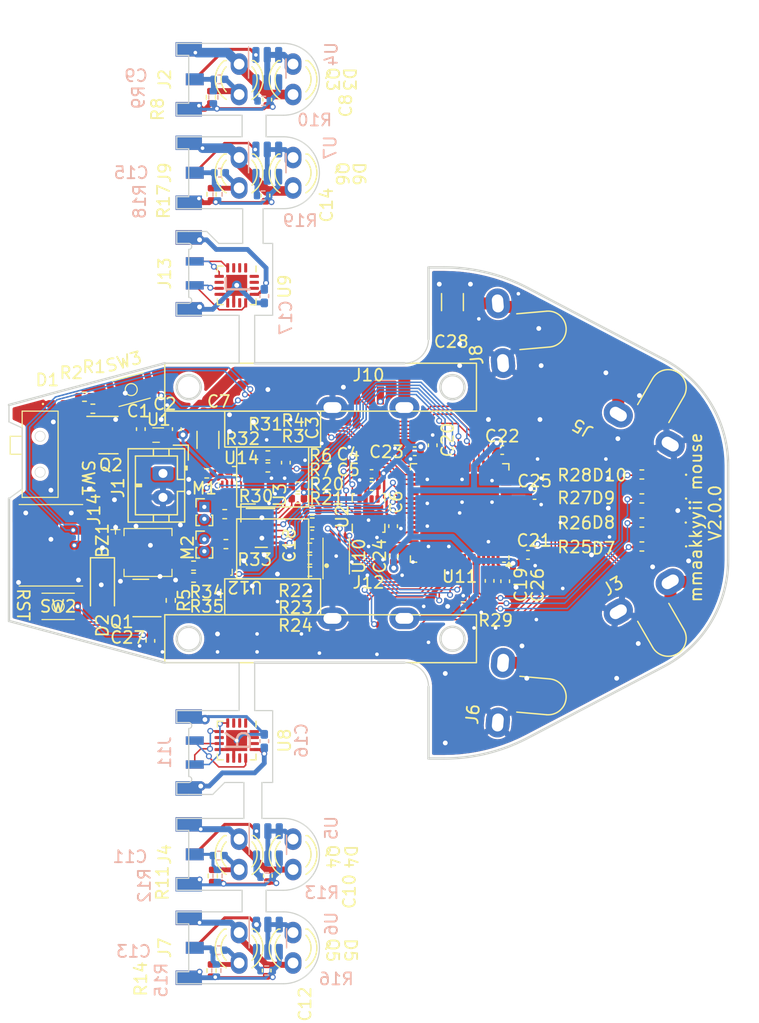
<source format=kicad_pcb>
(kicad_pcb (version 20240108) (generator "pcbnew") (generator_version "8.0")
  (layers (0 "F.Cu" signal) (31 "B.Cu" signal) (34 "B.Paste" user) (35 "F.Paste" user) (36 "B.SilkS" user "B.Silkscreen") (37 "F.SilkS" user "F.Silkscreen") (38 "B.Mask" user) (39 "F.Mask" user) (44 "Edge.Cuts" user))
  (net 0 "")
  (net 1 "VCC")
  (net 2 "GND")
  (net 3 "+3.3V")
  (net 4 "/BATT_ADC")
  (net 5 "Net-(J2-Pin_2)")
  (net 6 "Net-(Q3-E)")
  (net 7 "Net-(J4-Pin_2)")
  (net 8 "Net-(Q4-E)")
  (net 9 "Net-(J7-Pin_2)")
  (net 10 "Net-(Q5-E)")
  (net 11 "Net-(J9-Pin_2)")
  (net 12 "Net-(Q6-E)")
  (net 13 "Net-(D1-A)")
  (net 14 "Net-(BZ1-+)")
  (net 15 "Net-(D3-K)")
  (net 16 "Net-(D4-K)")
  (net 17 "Net-(D5-K)")
  (net 18 "Net-(D6-K)")
  (net 19 "Net-(J2-Pin_1)")
  (net 20 "/LED_R")
  (net 21 "/SENSOR_R")
  (net 22 "Net-(J4-Pin_1)")
  (net 23 "/LED_L")
  (net 24 "/SENSOR_L")
  (net 25 "/LED_FR")
  (net 26 "/SENSOR_FR")
  (net 27 "Net-(J7-Pin_1)")
  (net 28 "/LED_FL")
  (net 29 "/SENSOR_FL")
  (net 30 "Net-(J9-Pin_1)")
  (net 31 "/BUZZER")
  (net 32 "Net-(Q2-G)")
  (net 33 "Net-(J1-Pin_1)")
  (net 34 "Net-(U3-nSLEEP)")
  (net 35 "Net-(U3-MODE)")
  (net 36 "Net-(U4-R_EXT)")
  (net 37 "Net-(U5-R_EXT)")
  (net 38 "Net-(U6-R_EXT)")
  (net 39 "Net-(U7-R_EXT)")
  (net 40 "/IMU_SCLK")
  (net 43 "/IMU_CS")
  (net 44 "/IMU_MISO")
  (net 45 "/IMU_MOSI")
  (net 46 "Net-(M1-+)")
  (net 47 "Net-(M1--)")
  (net 48 "Net-(M2-+)")
  (net 49 "Net-(M2--)")
  (net 50 "/BIN2")
  (net 51 "/BIN1")
  (net 52 "/AIN2")
  (net 53 "/AIN1")
  (net 54 "/ENC_L_MOSI")
  (net 55 "/ENC_L_SCLK")
  (net 56 "/ENC_L_CS")
  (net 57 "/ENC_L_MISO")
  (net 58 "/encorder/MOSI")
  (net 59 "/encorder/SCLK")
  (net 60 "/encorder/CS")
  (net 61 "/encorder/MISO")
  (net 62 "/ENC_R_MOSI")
  (net 63 "/ENC_R_SCLK")
  (net 64 "/ENC_R_CS")
  (net 65 "/ENC_R_MISO")
  (net 66 "/encorder1/MOSI")
  (net 67 "/encorder1/SCLK")
  (net 68 "/encorder1/CS")
  (net 69 "/encorder1/MISO")
  (net 88 "Net-(D7-A)")
  (net 89 "Net-(D8-A)")
  (net 90 "Net-(D9-A)")
  (net 91 "Net-(D10-A)")
  (net 92 "/Flash_SDA")
  (net 93 "/Flash_SCL")
  (net 94 "Net-(U10-A0)")
  (net 95 "Net-(U10-A1)")
  (net 96 "Net-(U10-A2)")
  (net 97 "/LED1")
  (net 98 "/LED2")
  (net 99 "/LED3")
  (net 100 "/LED4")
  (net 101 "/Flash_WP")
  (net 107 "/DEBUG_RX")
  (net 108 "/DEBUG_TX")
  (net 117 "/NRST")
  (net 118 "/SWCLK")
  (net 119 "/SWDIO")
  (net 120 "Net-(U12-REF)")
  (net 121 "Net-(U14-REF)")
  (net 122 "Net-(U14--)")
  (net 123 "Net-(U12-+)")
  (net 124 "Net-(C19-Pad1)")
  (net 125 "Net-(C20-Pad1)")
  (net 126 "Net-(U11-BOOT0)")
  (net 127 "Net-(D3-A)")
  (net 128 "Net-(D4-A)")
  (net 129 "Net-(D5-A)")
  (net 130 "Net-(D6-A)")
  (net 131 "Net-(J2-Pin_3)")
  (net 132 "Net-(J4-Pin_3)")
  (net 133 "Net-(J7-Pin_3)")
  (net 134 "Net-(J9-Pin_3)")
  (net 135 "Net-(J11-Pin_1)")
  (net 136 "Net-(J11-Pin_6)")
  (net 137 "Net-(J13-Pin_6)")
  (net 138 "Net-(J13-Pin_1)")
  (net 139 "/I_right")
  (net 140 "/I_left")
  (net 142 "/USER_SW")
  (footprint "Resistor_SMD:R_0402_1005Metric" (layer "F.Cu") (at 138.1 82.6 180)
    (property "Reference" "R33")
    (property "Value" "R")
  )
  (footprint "Capacitor_SMD:C_0402_1005Metric" (layer "F.Cu") (at 145.3 81.8 180)
    (property "Reference" "C18")
    (property "Value" "0.1u")
  )
  (footprint "Resistor_SMD:R_0402_1005Metric" (layer "F.Cu") (at 141.6 76.2)
    (property "Reference" "R3")
    (property "Value" "6.8k")
  )
  (footprint "Resistor_SMD:R_0402_1005Metric" (layer "F.Cu") (at 136.9 118.2 -90)
    (property "Reference" "R14")
    (property "Value" "4.3k")
  )
  (footprint "Capacitor_SMD:C_0402_1005Metric" (layer "F.Cu") (at 131.8 90.68 -90)
    (property "Reference" "C27")
    (property "Value" "0.1u")
  )
  (footprint "makyi_mouse:wall_sensor_board" (layer "F.Cu") (at 135 51.6 90)
    (property "Reference" "J9")
    (property "Value" "Conn_01x04_Pin")
    (fp_line (start 3 -1) (end 3 1) (stroke (width 0.1)) (layer "Edge.Cuts"))
    (fp_line (start 2 -1) (end 3 -1) (stroke (width 0.1)) (layer "Edge.Cuts"))
    (fp_line (start 2 -1) (end 2 0) (stroke (width 0.1)) (layer "Edge.Cuts"))
    (fp_line (start -2 -1) (end -3 -1) (stroke (width 0.1)) (layer "Edge.Cuts"))
    (fp_line (start -2 -1) (end -2 0) (stroke (width 0.1)) (layer "Edge.Cuts"))
    (fp_line (start -3 -1) (end -3 1) (stroke (width 0.1)) (layer "Edge.Cuts"))
    (fp_line (start -2 0) (end 2 0) (stroke (width 0.1)) (layer "Edge.Cuts"))
  )
  (footprint "makyi_mouse:motor_mount_R" (layer "F.Cu") (at 135 90.5)
    (property "Reference" "REF**" (hide yes))
    (property "Value" "motor_mount_R" (hide yes))
  )
  (footprint "Capacitor_SMD:C_0402_1005Metric" (layer "F.Cu") (at 163.85 78.5)
    (property "Reference" "C25")
    (property "Value" "0.1u")
  )
  (footprint "makyi_mouse:LED" (layer "F.Cu") (at 139.2 116.3 -90)
    (property "Reference" "Q5")
    (property "Value" "LTR-4206")
  )
  (footprint "LED_SMD:LED_0402_1005Metric_Pad0.77x0.64mm_HandSolder" (layer "F.Cu") (at 175.2 80.8 180)
    (property "Reference" "D8")
    (property "Value" "LED")
  )
  (footprint "Resistor_SMD:R_0402_1005Metric" (layer "F.Cu") (at 145.1 82.9 180)
    (property "Reference" "R22")
    (property "Value" "0")
  )
  (footprint "Package_TO_SOT_SMD:SOT-23" (layer "F.Cu") (at 131 87.1 180)
    (property "Reference" "Q1")
    (property "Value" "DMN63D8L-7")
  )
  (footprint "Diode_SMD:D_SOD-123" (layer "F.Cu") (at 127.8 86.1 -90)
    (property "Reference" "D2")
    (property "Value" "C258207")
  )
  (footprint "Resistor_SMD:R_0402_1005Metric" (layer "F.Cu") (at 137 110.3 -90)
    (property "Reference" "R11")
    (property "Value" "4.3k")
  )
  (footprint "makyi_mouse:LED" (layer "F.Cu") (at 143.7 108.5 -90)
    (property "Reference" "D4")
    (property "Value" "OSI5FU3A11C")
  )
  (footprint "Resistor_SMD:R_0402_1005Metric" (layer "F.Cu") (at 133.5 87.3 -90)
    (property "Reference" "R5")
    (property "Value" "10k")
  )
  (footprint "makyi_mouse:wall_sensor_fp" (layer "F.Cu") (at 161 95 85)
    (property "Reference" "J6")
    (property "Value" "Conn_01x04_Pin")
  )
  (footprint "Capacitor_SMD:C_0402_1005Metric" (layer "F.Cu") (at 150.25 76.75 180)
    (property "Reference" "C4")
    (property "Value" "2.2u")
  )
  (footprint "Resistor_SMD:R_0402_1005Metric" (layer "F.Cu") (at 135.4 85.4)
    (property "Reference" "R35")
    (property "Value" "R")
  )
  (footprint "Resistor_SMD:R_0402_1005Metric" (layer "F.Cu") (at 172.8 82.8)
    (property "Reference" "R25")
    (property "Value" "3.3k")
  )
  (footprint "Resistor_SMD:R_0402_1005Metric" (layer "F.Cu") (at 172.8 80.8)
    (property "Reference" "R26")
    (property "Value" "3.3k")
  )
  (footprint "Package_SON:WSON-12-1EP_3x2mm_P0.5mm_EP1x2.65" (layer "F.Cu") (at 141.05 81.25)
    (property "Reference" "U3")
    (property "Value" "DRV8836DSSR")
  )
  (footprint "Resistor_SMD:R_0402_1005Metric" (layer "F.Cu") (at 136.9 53.4 -90)
    (property "Reference" "R17")
    (property "Value" "4.3k")
  )
  (footprint "makyi_mouse:wall_sensor_fp" (layer "F.Cu") (at 173 87 30)
    (property "Reference" "J3")
    (property "Value" "Conn_01x04_Pin")
  )
  (footprint "makyi_mouse:wall_sensor_fp" (layer "F.Cu") (at 173 73 150)
    (property "Reference" "J5")
    (property "Value" "Conn_01x04_Pin")
  )
  (footprint "makyi_mouse:UQFN-10" (layer "F.Cu") (at 138.2 78.4)
    (property "Reference" "U14")
    (property "Value" "INA210")
  )
  (footprint "Resistor_SMD:R_0402_1005Metric" (layer "F.Cu") (at 141.6 75.2)
    (property "Reference" "R4")
    (property "Value" "15k")
  )
  (footprint "Package_DFN_QFN:QFN-16-1EP_3x3mm_P0.5mm_EP1.75x1.75mm" (layer "F.Cu") (at 139 61 -90)
    (property "Reference" "U9")
    (property "Value" "MA730")
  )
  (footprint "Resistor_SMD:R_0402_1005Metric" (layer "F.Cu") (at 138 80.1)
    (property "Reference" "R30")
    (property "Value" "R")
  )
  (footprint "Capacitor_SMD:C_1206_3216Metric" (layer "F.Cu") (at 136.6 73.9 90)
    (property "Reference" "C7")
    (property "Value" "10u")
  )
  (footprint "Capacitor_SMD:C_0402_1005Metric" (layer "F.Cu") (at 141.55 45.5 -90)
    (property "Reference" "C8")
    (property "Value" "1u")
  )
  (footprint "Resistor_SMD:R_0402_1005Metric" (layer "F.Cu") (at 144.1 78.8)
    (property "Reference" "R7")
    (property "Value" "0")
  )
  (footprint "Package_DFN_QFN:QFN-68-1EP_8x8mm_P0.4mm_EP6.4x6.4mm" (layer "F.Cu") (at 157.6 80 180)
    (property "Reference" "U11")
    (property "Value" "STM32H573RIVx")
  )
  (footprint "Resistor_SMD:R_0402_1005Metric" (layer "F.Cu") (at 145.1 83.9 180)
    (property "Reference" "R23")
    (property "Value" "0")
  )
  (footprint "Capacitor_SMD:C_0402_1005Metric" (layer "F.Cu") (at 141.4 53.5 -90)
    (property "Reference" "C14")
    (property "Value" "1u")
  )
  (footprint "Capacitor_SMD:C_0402_1005Metric" (layer "F.Cu") (at 161.15 74.75)
    (property "Reference" "C22")
    (property "Value" "0.1u")
  )
  (footprint "makyi_mouse:wall_sensor_board" (layer "F.Cu") (at 135 116.3 90)
    (property "Reference" "J7")
    (property "Value" "Conn_01x04_Pin")
    (fp_line (start 3 -1) (end 3 1) (stroke (width 0.1)) (layer "Edge.Cuts"))
    (fp_line (start 2 -1) (end 3 -1) (stroke (width 0.1)) (layer "Edge.Cuts"))
    (fp_line (start 2 -1) (end 2 0) (stroke (width 0.1)) (layer "Edge.Cuts"))
    (fp_line (start -2 -1) (end -3 -1) (stroke (width 0.1)) (layer "Edge.Cuts"))
    (fp_line (start -2 -1) (end -2 0) (stroke (width 0.1)) (layer "Edge.Cuts"))
    (fp_line (start -3 -1) (end -3 1) (stroke (width 0.1)) (layer "Edge.Cuts"))
    (fp_line (start -2 0) (end 2 0) (stroke (width 0.1)) (layer "Edge.Cuts"))
  )
  (footprint "Resistor_SMD:R_0402_1005Metric" (layer "F.Cu") (at 145.3 79.8)
    (property "Reference" "R20")
    (property "Value" "3.3k")
  )
  (footprint "Capacitor_SMD:C_0402_1005Metric" (layer "F.Cu") (at 152.1 83.6 90)
    (property "Reference" "C24")
    (property "Value" "0.1u")
  )
  (footprint "Resistor_SMD:R_0402_1005Metric" (layer "F.Cu") (at 172.8 76.79)
    (property "Reference" "R28")
    (property "Value" "3.3k")
  )
  (footprint "makyi_mouse:C5143614" (layer "F.Cu") (at 124.1 87.8)
    (property "Reference" "SW2")
    (property "Value" "C5143614")
  )
  (footprint "makyi_mouse:LCC-8P-M04" (layer "F.Cu") (at 147.3 83.6 90)
    (property "Reference" "U10")
    (property "Value" "MB85RC64TAPN-G-AMEWE1")
  )
  (footprint "Package_LGA:LGA-14_3x2.5mm_P0.5mm_LayoutBorder3x4y" (layer "F.Cu") (at 150 80 90)
    (property "Reference" "U2")
    (property "Value" "ICM-42688-P")
  )
  (footprint "Resistor_SMD:R_0402_1005Metric" (layer "F.Cu") (at 144.1 77.8)
    (property "Reference" "R6")
    (property "Value" "0")
  )
  (footprint "makyi_mouse:UQFN-10" (layer "F.Cu") (at 137.9 84.3 180)
    (property "Reference" "U12")
    (property "Value" "INA210")
  )
  (footprint "Capacitor_SMD:C_0402_1005Metric" (layer "F.Cu") (at 150.25 77.75 180)
    (property "Reference" "C5")
    (property "Value" "0.1u")
  )
  (footprint "Resistor_SMD:R_0402_1005Metric" (layer "F.Cu") (at 138.8 76.5 180)
    (property "Reference" "R31")
    (property "Value" "R")
  )
  (footprint "makyi_mouse:enc_board" (layer "F.Cu") (at 135 60 90)
    (property "Reference" "J13")
    (property "Value" "Conn_01x06_Pin")
    (fp_line (start 3.5 -1) (end 3.5 0) (stroke (width 0.1)) (layer "Edge.Cuts"))
    (fp_line (start 2.5 -1) (end 3.5 -1) (stroke (width 0.1)) (layer "Edge.Cuts"))
    (fp_line (start -2.5 -1) (end -3.5 -1) (stroke (width 0.1)) (layer "Edge.Cuts"))
    (fp_line (start -3.5 -1) (end -3.5 0) (stroke (width 0.1)) (layer "Edge.Cuts"))
    (fp_line (start 2.5 0) (end 2.5 -1) (stroke (width 0.1)) (layer "Edge.Cuts"))
    (fp_line (start 0 0) (end 2 0) (stroke (width 0.1)) (layer "Edge.Cuts"))
    (fp_line (start 0 0) (end -2 0) (stroke (width 0.1)) (layer "Edge.Cuts"))
    (fp_line (start -2.5 0) (end -2.5 -1) (stroke (width 0.1)) (layer "Edge.Cuts"))
    (fp_arc (start 2.5 0) (mid 2.25 0.25) (end 2 0) (stroke (width 0.1)) (layer "Edge.Cuts"))
    (fp_arc (start -2 0) (mid -2.25 0.25) (end -2.5 0) (stroke (width 0.1)) (layer "Edge.Cuts"))
  )
  (footprint "Package_TO_SOT_SMD:SOT-23-3" (layer "F.Cu") (at 128.3 73.5)
    (property "Reference" "Q2")
    (property "Value" "GSFC02A05")
  )
  (footprint "makyi_mouse:LED" (layer "F.Cu") (at 143.7 51.6 -90)
    (property "Reference" "D6")
    (property "Value" "OSI5FU3A11C")
  )
  (footprint "Package_DFN_QFN:QFN-16-1EP_3x3mm_P0.5mm_EP1.75x1.75mm" (layer "F.Cu") (at 139 99 -90)
    (property "Reference" "U8")
    (property "Value" "MA730")
  )
  (footprint "makyi_mouse:wall_sensor_fp" (layer "F.Cu") (at 161 65 95)
    (property "Reference" "J8")
    (property "Value" "Conn_01x04_Pin")
  )
  (footprint "makyi_mouse:wall_sensor_board" (layer "F.Cu") (at 135 43.8 90)
    (property "Reference" "J2")
    (property "Value" "Conn_01x04_Pin")
    (fp_line (start 3 -1) (end 3 1) (stroke (width 0.1)) (layer "Edge.Cuts"))
    (fp_line (start 2 -1) (end 3 -1) (stroke (width 0.1)) (layer "Edge.Cuts"))
    (fp_line (start 2 -1) (end 2 0) (stroke (width 0.1)) (layer "Edge.Cuts"))
    (fp_line (start -2 -1) (end -3 -1) (stroke (width 0.1)) (layer "Edge.Cuts"))
    (fp_line (start -2 -1) (end -2 0) (stroke (width 0.1)) (layer "Edge.Cuts"))
    (fp_line (start -3 -1) (end -3 1) (stroke (width 0.1)) (layer "Edge.Cuts"))
    (fp_line (start -2 0) (end 2 0) (stroke (width 0.1)) (layer "Edge.Cuts"))
  )
  (footprint "makyi_mouse:enc_fp" (layer "F.Cu") (at 150 71.2)
    (property "Reference" "J10")
    (property "Value" "Conn_01x06_Pin")
  )
  (footprint "makyi_mouse:LED" (layer "F.Cu") (at 139.2 43.8 -90)
    (property "Reference" "Q3")
    (property "Value" "LTR-4206")
  )
  (footprint "Resistor_SMD:R_0402_1005Metric" (layer "F.Cu") (at 135.4 84.4 180)
    (property "Reference" "R34")
    (property "Value" "R")
  )
  (footprint "makyi_mouse:LED" (layer "F.Cu") (at 143.7 116.3 -90)
    (property "Reference" "D5")
    (property "Value" "OSI5FU3A11C")
  )
  (footprint "Resistor_SMD:R_0402_1005Metric" (layer "F.Cu") (at 136.5 76.7)
    (property "Reference" "R32")
    (property "Value" "R")
  )
  (footprint "Capacitor_SMD:C_0402_1005Metric" (layer "F.Cu") (at 161.4 85.7 -90)
    (property "Reference" "C26")
    (property "Value" "0.1u")
  )
  (footprint "Resistor_SMD:R_0402_1005Metric" (layer "F.Cu") (at 157.9 87.8 180)
    (property "Reference" "R29")
    (property "Value" "0")
  )
  (footprint "Capacitor_SMD:C_1206_3216Metric" (layer "F.Cu") (at 157 62.4 90)
    (property "Reference" "C28")
    (property "Value" "10u")
  )
  (footprint "Capacitor_SMD:C_0402_1005Metric" (layer "F.Cu") (at 163.3 83.5)
    (property "Reference" "C21")
    (property "Value" "0.1u")
  )
  (footprint "LED_SMD:LED_0402_1005Metric_Pad0.77x0.64mm_HandSolder" (layer "F.Cu") (at 124.1 70.9)
    (property "Reference" "D1")
    (property "Value" "LED")
  )
  (footprint "makyi_mouse:20021221-00006C4LF" (layer "F.Cu") (at 123.5 82.7 90)
    (property "Reference" "J14")
    (property "Value" "20021221-00006C4LF")
  )
  (footprint "Capacitor_SMD:C_0402_1005Metric" (layer "F.Cu") (at 141.5 118.2 -90)
    (property "Reference" "C12")
    (property "Value" "1u")
  )
  (footprint "Resistor_SMD:R_0402_1005Metric" (layer "F.Cu") (at 136.85 45.3 -90)
    (property "Reference" "R8")
    (property "Value" "4.3k")
  )
  (footprint "LED_SMD:LED_0402_1005Metric_Pad0.77x0.64mm_HandSolder" (layer "F.Cu") (at 175.2275 76.81 180)
    (property "Reference" "D10")
    (property "Value" "LED")
  )
  (footprint "makyi_mouse:LED" (layer "F.Cu") (at 143.7 43.8 -90)
    (property "Reference" "D3")
    (property "Value" "OSI5FU3A11C")
  )
  (footprint "Resistor_SMD:R_0402_1005Metric" (layer "F.Cu") (at 127 71.3 180)
    (property "Reference" "R1")
    (property "Value" "100k")
  )
  (footprint "Capacitor_SMD:C_0402_1005Metric" (layer "F.Cu") (at 134 73 90)
    (property "Reference" "C2")
    (property "Value" "1u")
  )
  (footprint "makyi_mouse:XDFN4" (layer "F.Cu") (at 132.5 73.5 90)
    (property "Reference" "U1")
    (property "Value" "NCP177AMX330TCG")
  )
  (footprint "Capacitor_SMD:C_0402_1005Metric" (layer "F.Cu") (at 131 73 90)
    (property "Reference" "C1")
    (property "Value" "1u")
  )
  (footprint "makyi_mouse:wall_sensor_board" (layer "F.Cu") (at 135 108.5 90)
    (property "Reference" "J4")
    (property "Value" "Conn_01x04_Pin")
    (fp_line (start 3 -1) (end 3 1) (stroke (width 0.1)) (layer "Edge.Cuts"))
    (fp_line (start 2 -1) (end 3 -1) (stroke (width 0.1)) (layer "Edge.Cuts"))
    (fp_line (start 2 -1) (end 2 0) (stroke (width 0.1)) (layer "Edge.Cuts"))
    (fp_line (start -2 -1) (end -3 -1) (stroke (width 0.1)) (layer "Edge.Cuts"))
    (fp_line (start -2 -1) (end -2 0) (stroke (width 0.1)) (layer "Edge.Cuts"))
    (fp_line (start -3 -1) (end -3 1) (stroke (width 0.1)) (layer "Edge.Cuts"))
    (fp_line (start -2 0) (end 2 0) (stroke (width 0.1)) (layer "Edge.Cuts"))
  )
  (footprint "LED_SMD:LED_0402_1005Metric_Pad0.77x0.64mm_HandSolder" (layer "F.Cu") (at 175.2275 82.79 180)
    (property "Reference" "D7")
    (property "Value" "LED")
  )
  (footprint "Capacitor_SMD:C_0402_1005Metric" (layer "F.Cu") (at 153.85 74.85 180)
    (property "Reference" "C23")
    (property "Value" "0.1u")
  )
  (footprint "Connector_PinHeader_1.00mm:PinHeader_1x02_P1.00mm_Vertical" (layer "F.Cu") (at 136.3 79.5)
    (property "Reference" "M1")
    (property "Value" "Motor_DC")
  )
  (footprint "makyi_mouse:C5143614" (layer "F.Cu") (at 130.2 69.7 15)
    (property "Reference" "SW3")
    (property "Value" "C5143614")
  )
  (footprint "makyi_mouse:enc_fp" (layer "F.Cu") (at 150 88.8)
    (property "Reference" "J12")
    (property "Value" "Conn_01x06_Pin")
  )
  (footprint "Connector_JST:JST_PH_B2B-PH-K_1x02_P2.00mm_Vertical" (layer "F.Cu") (at 132.85 76.7 -90)
    (property "Reference" "J1")
    (property "Value" "Conn_01x02_Pin")
  )
  (footprint "makyi_mouse:LED" (layer "F.Cu") (at 139.2 108.5 -90)
    (property "Reference" "Q4")
    (property "Value" "LTR-4206")
  )
  (footprint "Resistor_SMD:R_0402_1005Metric" (layer "F.Cu") (at 145.3 80.8)
    (property "Reference" "R21")
    (property "Value" "3.3k")
  )
  (footprint "Capacitor_SMD:C_0402_1005Metric" (layer "F.Cu") (at 160.1 85.67 -90)
    (property "Reference" "C19")
    (property "Value" "2.2u")
  )
  (footprint "Connector_PinHeader_1.00mm:PinHeader_1x02_P1.00mm_Vertical" (layer "F.Cu") (at 136.3 82.2)
    (property "Reference" "M2")
    (property "Value" "Motor_DC")
  )
  (footprint "Resistor_SMD:R_0402_1005Metric" (layer "F.Cu") (at 126.3 70.3 180)
    (property "Reference" "R2")
    (property "Value" "3.3k")
  )
  (footprint "Resistor_SMD:R_0402_1005Metric" (layer "F.Cu") (at 145.1 84.9 180)
    (property "Reference" "R24")
    (property "Value" "0")
  )
  (footprint "Capacitor_SMD:C_0402_1005Metric" (layer "F.Cu") (at 155.35 74.35 90)
    (property "Reference" "C20")
    (property "Value" "2.2u")
  )
  (footprint "makyi_mouse:SMT-0440-T-HT-R" (layer "F.Cu") (at 131.6 83.3)
    (property "Reference" "BZ1")
    (property "Value" "SMT-0440-T-HT-R")
  )
  (footprint "Resistor_SMD:R_0402_1005Metric" (layer "F.Cu") (at 172.8 78.79)
    (property "Reference" "R27")
    (property "Value" "3.3k")
  )
  (footprint "makyi_mouse:AYZ0102AGRLC" (layer "F.Cu") (at 122.6 75.1 -90)
    (property "Reference" "SW1")
    (property "Value" "AYZ0102AGRLC")
    (fp_circle (center -1.5 0) (end -1.075 0) (stroke (width 0.05)) (fill none) (layer "Edge.Cuts"))
    (fp_circle (center 1.5 0) (end 1.925 0) (stroke (width 0.05)) (fill none) (layer "Edge.Cuts"))
  )
  (footprint "Capacitor_SMD:C_0402_1005Metric" (layer "F.Cu") (at 143.1 75.8 90)
    (property "Reference" "C3")
    (property "Value" "0.1u")
  )
  (footprint "LED_SMD:LED_0402_1005Metric_Pad0.77x0.64mm_HandSolder" (layer "F.Cu") (at 175.2275 78.8 180)
    (property "Reference" "D9")
    (property "Value" "LED")
  )
  (footprint "makyi_mouse:LED" (layer "F.Cu") (at 139.2 51.6 -90)
    (property "Reference" "Q6")
    (property "Value" "LTR-4206")
  )
  (footprint "Capacitor_SMD:C_0402_1005Metric" (layer "F.Cu") (at 152.05 81.1 -90)
    (property "Reference" "C6")
    (property "Value" "0.01u")
  )
  (footprint "Capacitor_SMD:C_0402_1005Metric" (layer "F.Cu") (at 141.6 110.3 -90)
    (property "Reference" "C10")
    (property "Value" "1u")
  )
  (footprint "makyi_mouse:motor_mount_L" (layer "F.Cu") (at 135 69.5)
    (property "Reference" "REF**" (hide yes))
    (property "Value" "motor_mount_L")
  )
  (footprint "Capacitor_SMD:C_0402_1005Metric_Pad0.74x0.62mm_HandSolder" (layer "B.Cu") (at 141.3 99.05 90)
    (property "Reference" "C16")
    (property "Value" "C")
  )
  (footprint "Resistor_SMD:R_0402_1005Metric" (layer "B.Cu") (at 141.5 110.4 180)
    (property "Reference" "R13")
    (property "Value" "8.2")
  )
  (footprint "Package_TO_SOT_SMD:SOT-23-6" (layer "B.Cu") (at 141.6 115.5 -90)
    (property "Reference" "U6")
    (property "Value" "BCR421UW6-7")
  )
  (footprint "Capacitor_SMD:C_0402_1005Metric" (layer "B.Cu") (at 137.55 43.8)
    (property "Reference" "C9")
    (property "Value" "1u")
  )
  (footprint "Resistor_SMD:R_0402_1005Metric" (layer "B.Cu") (at 141.5 118.2 180)
    (property "Reference" "R16")
    (property "Value" "8.2")
  )
  (footprint "Resistor_SMD:R_0402_1005Metric" (layer "B.Cu") (at 137.4 110.3 -90)
    (property "Reference" "R12")
    (property "Value" "4.3k")
  )
  (footprint "Resistor_SMD:R_0402_1005Metric" (layer "B.Cu") (at 137.4 53.4 -90)
    (property "Reference" "R18")
    (property "Value" "4.3k")
  )
  (footprint "Capacitor_SMD:C_0402_1005Metric_Pad0.74x0.62mm_HandSolder" (layer "B.Cu") (at 141.3 61.9 -90)
    (property "Reference" "C17")
    (property "Value" "C")
  )
  (footprint "Resistor_SMD:R_0402_1005Metric" (layer "B.Cu") (at 141.2 53.5 180)
    (property "Reference" "R19")
    (property "Value" "8.2")
  )
  (footprint "Package_TO_SOT_SMD:SOT-23-6" (layer "B.Cu") (at 141.6 107.7 -90)
    (property "Reference" "U5")
    (property "Value" "BCR421UW6-7")
  )
  (footprint "Package_TO_SOT_SMD:SOT-23-6" (layer "B.Cu") (at 141.55 50.8 -90)
    (property "Reference" "U7")
    (property "Value" "BCR421UW6-7")
  )
  (footprint "Resistor_SMD:R_0402_1005Metric" (layer "B.Cu") (at 137.3 118.2 -90)
    (property "Reference" "R15")
    (property "Value" "4.3k")
  )
  (footprint "Resistor_SMD:R_0402_1005Metric" (layer "B.Cu") (at 141.25 45.6 180)
    (property "Reference" "R10")
    (property "Value" "8.2")
  )
  (footprint "Capacitor_SMD:C_0402_1005Metric" (layer "B.Cu") (at 137.5 108.6)
    (property "Reference" "C11")
    (property "Value" "1u")
  )
  (footprint "Package_TO_SOT_SMD:SOT-23-6" (layer "B.Cu") (at 141.55 42.9 -90)
    (property "Reference" "U4")
    (property "Value" "BCR421UW6-7")
  )
  (footprint "Capacitor_SMD:C_0402_1005Metric" (layer "B.Cu") (at 137.5 116.5)
    (property "Reference" "C13")
    (property "Value" "1u")
  )
  (footprint "Capacitor_SMD:C_0402_1005Metric" (layer "B.Cu") (at 137.6 51.6)
    (property "Reference" "C15")
    (property "Value" "1u")
  )
  (footprint "makyi_mouse:enc_board" (layer "B.Cu") (at 135 100 -90)
    (property "Reference" "J11")
    (property "Value" "Conn_01x06_Pin")
    (fp_line (start -3.5 1) (end -2.5 1) (stroke (width 0.1)) (layer "Edge.Cuts"))
    (fp_line (start -2.5 1) (end -2.5 0) (stroke (width 0.1)) (layer "Edge.Cuts"))
    (fp_line (start 2.5 1) (end 2.5 0) (stroke (width 0.1)) (layer "Edge.Cuts"))
    (fp_line (start 3.5 1) (end 2.5 1) (stroke (width 0.1)) (layer "Edge.Cuts"))
    (fp_line (start -3.5 0) (end -3.5 1) (stroke (width 0.1)) (layer "Edge.Cuts"))
    (fp_line (start -2 0) (end 0 0) (stroke (width 0.1)) (layer "Edge.Cuts"))
    (fp_line (start 2 0) (end 0 0) (stroke (width 0.1)) (layer "Edge.Cuts"))
    (fp_line (start 3.5 0) (end 3.5 1) (stroke (width 0.1)) (layer "Edge.Cuts"))
    (fp_arc (start -2.5 0) (mid -2.25 -0.25) (end -2 0) (stroke (width 0.1)) (layer "Edge.Cuts"))
    (fp_arc (start 2 0) (mid 2.25 -0.25) (end 2.5 0) (stroke (width 0.1)) (layer "Edge.Cuts"))
  )
  (footprint "Resistor_SMD:R_0402_1005Metric" (layer "B.Cu") (at 137.05 45.3 -90)
    (property "Reference" "R9")
    (property "Value" "4.3k")
  )
  (gr_arc (start 174.648339 67.190378) (mid 178.558136 70.871514) (end 180 76.044357) (stroke (width 0.2)) (layer "Edge.Cuts"))
  (gr_line (start 120 78.8) (end 120 89.01666) (stroke (width 0.2)) (layer "Edge.Cuts"))
  (gr_line (start 136 54.6) (end 139.5 54.6) (stroke (width 0.1)) (layer "Edge.Cuts"))
  (gr_line (start 120 89.01666) (end 133 92.5) (stroke (width 0.2)) (layer "Edge.Cuts"))
  (gr_circle (center 157 69.5) (end 156 69.5) (stroke (width 0.2)) (fill none) (layer "Edge.Cuts"))
  (gr_line (start 136 46.8) (end 139.45 46.8) (stroke (width 0.1)) (layer "Edge.Cuts"))
  (gr_circle (center 157 90.5) (end 156 90.5) (stroke (width 0.2)) (fill none) (layer "Edge.Cuts"))
  (gr_line (start 137 103.5) (end 135 103.5) (stroke (width 0.1)) (layer "Edge.Cuts"))
  (gr_line (start 139.2 92.5) (end 139.2 96.5) (stroke (width 0.1)) (layer "Edge.Cuts"))
  (gr_line (start 140.5 96.5) (end 140.5 92.5) (stroke (width 0.1)) (layer "Edge.Cuts"))
  (gr_line (start 139.2 96.5) (end 135 96.5) (stroke (width 0.1)) (layer "Edge.Cuts"))
  (gr_line (start 140.5 63.5) (end 142 63.5) (stroke (width 0.1)) (layer "Edge.Cuts"))
  (gr_line (start 133 67.5) (end 120 70.98334) (stroke (width 0.2)) (layer "Edge.Cuts"))
  (gr_line (start 139.2 67.5) (end 133 67.5) (stroke (width 0.1)) (layer "Edge.Cuts"))
  (gr_line (start 136 40.8) (end 142.9 40.8) (stroke (width 0.1)) (layer "Edge.Cuts"))
  (gr_line (start 121.1 72.9) (end 120 72.4) (stroke (width 0.1)) (layer "Edge.Cuts"))
  (gr_line (start 141.45 113.3) (end 142.9 113.3) (stroke (width 0.1)) (layer "Edge.Cuts"))
  (gr_arc (start 153 92.5) (mid 154.414214 93.085786) (end 155 94.5) (stroke (width 0.1)) (layer "Edge.Cuts"))
  (gr_line (start 155 59.5) (end 155 65.5) (stroke (width 0.2)) (layer "Edge.Cuts"))
  (gr_line (start 142 57.5) (end 141.2 57.5) (stroke (width 0.1)) (layer "Edge.Cuts"))
  (gr_line (start 141.45 48.6) (end 141.45 46.8) (stroke (width 0.1)) (layer "Edge.Cuts"))
  (gr_arc (start 142.9 40.8) (mid 145.9 43.8) (end 142.9 46.8) (stroke (width 0.1)) (layer "Edge.Cuts"))
  (gr_line (start 121.1 78) (end 121.1 72.9) (stroke (width 0.1)) (layer "Edge.Cuts"))
  (gr_arc (start 156.301837 59.5) (mid 159.892483 59.936097) (end 163.274346 61.219031) (stroke (width 0.2)) (layer "Edge.Cuts"))
  (gr_line (start 142 102.5) (end 141.1 102.5) (stroke (width 0.1)) (layer "Edge.Cuts"))
  (gr_line (start 139.2 92.5) (end 133 92.5) (stroke (width 0.1)) (layer "Edge.Cuts"))
  (gr_line (start 139.45 113.3) (end 139.45 111.5) (stroke (width 0.1)) (layer "Edge.Cuts"))
  (gr_line (start 141.45 46.8) (end 142.9 46.8) (stroke (width 0.1)) (layer "Edge.Cuts"))
  (gr_line (start 139.5 57.5) (end 137.5 57.5) (stroke (width 0.1)) (layer "Edge.Cuts"))
  (gr_line (start 135 63.5) (end 139.2 63.5) (stroke (width 0.1)) (layer "Edge.Cuts"))
  (gr_line (start 136 119.3) (end 142.9 119.3) (stroke (width 0.1)) (layer "Edge.Cuts"))
  (gr_line (start 163.274346 98.780969) (end 174.648339 92.809622) (stroke (width 0.2)) (layer "Edge.Cuts"))
  (gr_line (start 155 100.5) (end 156.301837 100.5) (stroke (width 0.2)) (layer "Edge.Cuts"))
  (gr_line (start 136 105.5) (end 139.6 105.5) (stroke (width 0.1)) (layer "Edge.Cuts"))
  (gr_line (start 140.5 67.5) (end 140.5 63.5) (stroke (width 0.1)) (layer "Edge.Cuts"))
  (gr_line (start 155 94.5) (end 155 100.5) (stroke (width 0.2)) (layer "Edge.Cuts"))
  (gr_line (start 136 48.6) (end 139.45 48.6) (stroke (width 0.1)) (layer "Edge.Cuts"))
  (gr_line (start 139.45 48.6) (end 139.45 46.8) (stroke (width 0.1)) (layer "Edge.Cuts"))
  (gr_line (start 141.45 113.3) (end 141.45 111.5) (stroke (width 0.1)) (layer "Edge.Cuts"))
  (gr_line (start 141.2 54.6) (end 142.9 54.6) (stroke (width 0.1)) (layer "Edge.Cuts"))
  (gr_line (start 120 78.8) (end 121.1 78) (stroke (width 0.1)) (layer "Edge.Cuts"))
  (gr_line (start 141.1 105.5) (end 142.9 105.5) (stroke (width 0.1)) (layer "Edge.Cuts"))
  (gr_line (start 141.45 111.5) (end 142.9 111.5) (stroke (width 0.1)) (layer "Edge.Cuts"))
  (gr_line (start 137.5 57.5) (end 136.5 56.5) (stroke (width 0.1)) (layer "Edge.Cuts"))
  (gr_line (start 139.2 63.5) (end 139.2 67.5) (stroke (width 0.1)) (layer "Edge.Cuts"))
  (gr_line (start 142 96.5) (end 142 102.5) (stroke (width 0.1)) (layer "Edge.Cuts"))
  (gr_line (start 139.6 105.5) (end 139.6 102.5) (stroke (width 0.1)) (layer "Edge.Cuts"))
  (gr_line (start 156.301837 59.5) (end 155 59.5) (stroke (width 0.2)) (layer "Edge.Cuts"))
  (gr_line (start 136 113.3) (end 139.45 113.3) (stroke (width 0.1)) (layer "Edge.Cuts"))
  (gr_line (start 142 63.5) (end 142 57.5) (stroke (width 0.1)) (layer "Edge.Cuts"))
  (gr_line (start 141.45 48.6) (end 142.9 48.6) (stroke (width 0.1)) (layer "Edge.Cuts"))
  (gr_line (start 136 111.5) (end 139.45 111.5) (stroke (width 0.1)) (layer "Edge.Cuts"))
  (gr_circle (center 135 69.5) (end 134 69.5) (stroke (width 0.2)) (fill none) (layer "Edge.Cuts"))
  (gr_line (start 141.2 57.5) (end 141.2 54.6) (stroke (width 0.1)) (layer "Edge.Cuts"))
  (gr_arc (start 180 83.955643) (mid 178.558136 89.128486) (end 174.648339 92.809622) (stroke (width 0.2)) (layer "Edge.Cuts"))
  (gr_line (start 174.648339 67.190378) (end 163.274346 61.219031) (stroke (width 0.2)) (layer "Edge.Cuts"))
  (gr_line (start 153 67.5) (end 140.5 67.5) (stroke (width 0.2)) (layer "Edge.Cuts"))
  (gr_line (start 139.5 57.5) (end 139.5 54.6) (stroke (width 0.1)) (layer "Edge.Cuts"))
  (gr_line (start 138 102.5) (end 137 103.5) (stroke (width 0.1)) (layer "Edge.Cuts"))
  (gr_arc (start 142.9 48.6) (mid 145.9 51.6) (end 142.9 54.6) (stroke (width 0.1)) (layer "Edge.Cuts"))
  (gr_arc (start 163.274346 98.780969) (mid 159.892483 100.063903) (end 156.301837 100.5) (stroke (width 0.2)) (layer "Edge.Cuts"))
  (gr_arc (start 142.9 105.5) (mid 145.9 108.5) (end 142.9 111.5) (stroke (width 0.1)) (layer "Edge.Cuts"))
  (gr_line (start 142 96.5) (end 140.5 96.5) (stroke (width 0.1)) (layer "Edge.Cuts"))
  (gr_line (start 140.5 92.5) (end 153 92.5) (stroke (width 0.2)) (layer "Edge.Cuts"))
  (gr_circle (center 135 90.5) (end 134 90.5) (stroke (width 0.2)) (fill none) (layer "Edge.Cuts"))
  (gr_line (start 136.5 56.5) (end 135 56.5) (stroke (width 0.1)) (layer "Edge.Cuts"))
  (gr_arc (start 142.9 113.3) (mid 145.9 116.3) (end 142.9 119.3) (stroke (width 0.1)) (layer "Edge.Cuts"))
  (gr_line (start 180 83.955643) (end 180 76.044357) (stroke (width 0.2)) (layer "Edge.Cuts"))
  (gr_arc (start 155 65.5) (mid 154.414214 66.914214) (end 153 67.5) (stroke (width 0.1)) (layer "Edge.Cuts"))
  (gr_line (start 141.1 105.5) (end 141.1 102.5) (stroke (width 0.1)) (layer "Edge.Cuts"))
  (gr_line (start 120 72.4) (end 120 70.98334) (stroke (width 0.1)) (layer "Edge.Cuts"))
  (gr_line (start 139.6 102.5) (end 138 102.5) (stroke (width 0.1)) (layer "Edge.Cuts"))
  (gr_text "L" (at 139 61 -90) (layer "B.SilkS") (effects (font (size 2 2) (thickness 0.2)) (justify mirror)))
  (gr_text "R\n" (at 139 99 270) (layer "B.SilkS") (effects (font (size 2 2) (thickness 0.2)) (justify mirror)))
  (gr_text "mmaakkyyii mouse \nV2.0.0" (at 179.5 80 90) (layer "F.SilkS") (effects (font (size 1 1)) (justify bottom)))
  (gr_text "RST" (at 120.6 86.2 -90) (layer "F.SilkS") (effects (font (size 1 1)) (justify left bottom)))
  (segment (start 136.6 75.475) (end 132.995 75.475) (width 0.4) (layer "F.Cu") (net 1))
  (segment (start 129.4575 73.48) (end 131 73.48) (width 0.4) (layer "F.Cu") (net 1))
  (segment (start 129.4375 73.5) (end 129.4575 73.48) (width 0.4) (layer "F.Cu") (net 1))
  (segment (start 132.995 75.475) (end 131 73.48) (width 0.4) (layer "F.Cu") (net 1))
  (segment (start 153.7125 82.8) (end 154.8 82.8) (width 0.2) (layer "F.Cu") (net 2))
  (segment (start 140.7 82.5) (end 141.1 82.1) (width 0.25) (layer "F.Cu") (net 2))
  (segment (start 155.2 76.9) (end 154.9 77.2) (width 0.25) (layer "F.Cu") (net 2))
  (segment (start 160 78.8) (end 160.3 79.1) (width 0.127) (layer "F.Cu") (net 2))
  (segment (start 155.2 76.1125) (end 155.2 76.9) (width 0.25) (layer "F.Cu") (net 2))
  (segment (start 157.6 80) (end 157.6 79.45) (width 0.127) (layer "F.Cu") (net 2))
  (segment (start 160.8 76.578498) (end 160.773 76.605498) (width 0.25) (layer "F.Cu") (net 2))
  (segment (start 161.4875 78.8) (end 158.8 78.8) (width 0.25) (layer "F.Cu") (net 2))
  (segment (start 160.6 78.8) (end 162.75 78.8) (width 0.127) (layer "F.Cu") (net 2))
  (segment (start 152.1 83.12) (end 152.1 82.925169) (width 0.127) (layer "F.Cu") (net 2))
  (segment (start 163.0235 79.0735) (end 163.7565 79.0735) (width 0.127) (layer "F.Cu") (net 2))
  (segment (start 160.773 76.605498) (end 160.773 76.827) (width 0.25) (layer "F.Cu") (net 2))
  (segment (start 152.1 82.976788) (end 152.276788 82.8) (width 0.2) (layer "F.Cu") (net 2))
  (segment (start 138.2 77.3) (end 137.9 77) (width 0.127) (layer "F.Cu") (net 2))
  (segment (start 149.75 76.75) (end 149.25 77.25) (width 0.2) (layer "F.Cu") (net 2))
  (segment (start 162.75 78.8) (end 163.0235 79.0735) (width 0.127) (layer "F.Cu") (net 2))
  (segment (start 157.6 79.45) (end 157.8 79.25) (width 0.127) (layer "F.Cu") (net 2))
  (segment (start 149.75 78.8375) (end 149.75 77.77) (width 0.2) (layer "F.Cu") (net 2))
  (segment (start 160.4 82.8) (end 160 82.4) (width 0.127) (layer "F.Cu") (net 2))
  (segment (start 155 82.6) (end 157.6 80) (width 0.2) (layer "F.Cu") (net 2))
  (segment (start 148.05 84.35) (end 148.05 85.1) (width 0.127) (layer "F.Cu") (net 2))
  (segment (start 159.8 77.8) (end 159.7 77.8) (width 0.25) (layer "F.Cu") (net 2))
  (segment (start 137.5 86.1) (end 135 86.1) (width 0.127) (layer "F.Cu") (net 2))
  (segment (start 149.75 77.77) (end 149.77 77.75) (width 0.2) (layer "F.Cu") (net 2))
  (segment (start 157.8 79.1) (end 157.95 79.1) (width 0.127) (layer "F.Cu") (net 2))
  (segment (start 159.7 77.9) (end 157.6 80) (width 0.25) (layer "F.Cu") (net 2))
  (segment (start 149.77 76.75) (end 149.75 76.75) (width 0.2) (layer "F.Cu") (net 2))
  (segment (start 138.2 77.6) (end 138.2 77.3) (width 0.127) (layer "F.Cu") (net 2))
  (segment (start 135.99 77.19) (end 135.99 76.7) (width 0.127) (layer "F.Cu") (net 2))
  (segment (start 160.8 76.1125) (end 160.8 76.578498) (width 0.25) (layer "F.Cu") (net 2))
  (segment (start 137.9 85.1) (end 137.9 85.7) (width 0.127) (layer "F.Cu") (net 2))
  (segment (start 155.2 77.5) (end 155.2 77.6) (width 0.25) (layer "F.Cu") (net 2))
  (segment (start 163.7565 79.0735) (end 164.33 78.5) (width 0.127) (layer "F.Cu") (net 2))
  (segment (start 136.2 77.4) (end 135.99 77.19) (width 0.127) (layer "F.Cu") (net 2))
  (segment (start 158.25 78.8) (end 160 78.8) (width 0.127) (layer "F.Cu") (net 2))
  (segment (start 154.9 77.2) (end 155.2 77.5) (width 0.25) (layer "F.Cu") (net 2))
  (segment (start 157.95 79.1) (end 158.25 78.8) (width 0.127) (layer "F.Cu") (net 2))
  (segment (start 135 86.1) (end 134.89 85.99) (width 0.127) (layer "F.Cu") (net 2))
  (segment (start 160.4 83.8875) (end 160.4 82.8) (width 0.25) (layer "F.Cu") (net 2))
  (segment (start 159.7 77.8) (end 159.7 77.9) (width 0.25) (layer "F.Cu") (net 2))
  (segment (start 154.8 82.8) (end 155 82.8) (width 0.2) (layer "F.Cu") (net 2))
  (segment (start 160.4 82.8) (end 157.6 80) (width 0.25) (layer "F.Cu") (net 2))
  (segment (start 134.89 85.99) (end 134.89 85.4) (width 0.127) (layer "F.Cu") (net 2))
  (segment (start 155.2 77.6) (end 157.6 80) (width 0.25) (layer "F.Cu") (net 2))
  (segment (start 137.9 77) (end 137.5 77) (width 0.127) (layer "F.Cu") (net 2))
  (segment (start 137.9 85.7) (end 137.5 86.1) (width 0.127) (layer "F.Cu") (net 2))
  (segment (start 154.8 82.8) (end 154.8 82.8) (width 0.2) (layer "F.Cu") (net 2))
  (segment (start 152.1 83.12) (end 152.1 82.976788) (width 0.2) (layer "F.Cu") (net 2))
  (segment (start 152.1 82.925169) (end 152.225169 82.8) (width 0.127) (layer "F.Cu") (net 2))
  (segment (start 137.1 77.4) (end 136.2 77.4) (width 0.127) (layer "F.Cu") (net 2))
  (segment (start 152.225169 82.8) (end 154.8 82.8) (width 0.127) (layer "F.Cu") (net 2))
  (segment (start 152.276788 82.8) (end 153.7125 82.8) (width 0.2) (layer "F.Cu") (net 2))
  (segment (start 155 82.8) (end 155 82.6) (width 0.2) (layer "F.Cu") (net 2))
  (segment (start 157.8 79.25) (end 157.8 79.1) (width 0.127) (layer "F.Cu") (net 2))
  (segment (start 160.3 79.1) (end 160.6 78.8) (width 0.127) (layer "F.Cu") (net 2))
  (segment (start 160 82.4) (end 157.6 80) (width 0.127) (layer "F.Cu") (net 2))
  (segment (start 147.3 83.6) (end 148.05 84.35) (width 0.127) (layer "F.Cu") (net 2))
  (segment (start 161.37 86.15) (end 161.4 86.18) (width 0.25) (layer "F.Cu") (net 2))
  (segment (start 140.1 82.5) (end 140.7 82.5) (width 0.25) (layer "F.Cu") (net 2))
  (segment (start 158.8 78.8) (end 157.6 80) (width 0.25) (layer "F.Cu") (net 2))
  (segment (start 160.773 76.827) (end 159.8 77.8) (width 0.25) (layer "F.Cu") (net 2))
  (segment (start 137.5 77) (end 137.1 77.4) (width 0.127) (layer "F.Cu") (net 2))
  (segment (start 160.3 86.15) (end 161.37 86.15) (width 0.25) (layer "F.Cu") (net 2))
  (via (at 129.3 85.7) (size 0.8) (drill 0.4) (layers "F.Cu" "B.Cu") (net 2))
  (via (at 142.4 87.4) (size 0.5) (drill 0.3) (layers "F.Cu" "B.Cu") (net 2))
  (via (at 162.3 86.2) (size 0.8) (drill 0.4) (layers "F.Cu" "B.Cu") (net 2))
  (via (at 128.9 81.2) (size 0.8) (drill 0.4) (layers "F.Cu" "B.Cu") (net 2))
  (via (at 144.7 75.6) (size 0.5) (drill 0.3) (layers "F.Cu" "B.Cu") (net 2))
  (via (at 134.3 81) (size 0.8) (drill 0.4) (layers "F.Cu" "B.Cu") (net 2))
  (via (at 156.7 82.8) (size 0.5) (drill 0.3) (layers "F.Cu" "B.Cu") (net 2))
  (via (at 172.5 90.9) (size 0.8) (drill 0.4) (layers "F.Cu" "B.Cu") (net 2))
  (via (at 127.8 82.9) (size 0.8) (drill 0.4) (layers "F.Cu" "B.Cu") (net 2))
  (via (at 159.4 88.3) (size 0.5) (drill 0.3) (layers "F.Cu" "B.Cu") (net 2))
  (via (at 156.4 93.4) (size 0.8) (drill 0.4) (layers "F.Cu" "B.Cu") (net 2))
  (via (at 169.8 75.5) (size 0.5) (drill 0.3) (layers "F.Cu" "B.Cu") (net 2))
  (via (at 157.6 67.7) (size 0.8) (drill 0.4) (layers "F.Cu" "B.Cu") (net 2))
  (via (at 151.2 83.9) (size 0.5) (drill 0.3) (layers "F.Cu" "B.Cu") (net 2))
  (via (at 154.9 77.2) (size 0.5) (drill 0.3) (layers "F.Cu" "B.Cu") (net 2))
  (via (at 150 80.6) (size 0.5) (drill 0.3) (layers "F.Cu" "B.Cu") (net 2))
  (via (at 123.5 82.2) (size 0.8) (drill 0.4) (layers "F.Cu" "B.Cu") (net 2))
  (via (at 164.4 67.7) (size 0.8) (drill 0.4) (layers "F.Cu" "B.Cu") (net 2))
  (via (at 147.9 69.5) (size 0.8) (drill 0.4) (layers "F.Cu" "B.Cu") (net 2))
  (via (at 166 80.8) (size 0.5) (drill 0.3) (layers "F.Cu" "B.Cu") (net 2))
  (via (at 141.3 83.5) (size 0.8) (drill 0.4) (layers "F.Cu" "B.Cu") (net 2))
  (via (at 176.7 84) (size 0.8) (drill 0.4) (layers "F.Cu" "B.Cu") (net 2))
  (via (at 160.6 89.6) (size 0.5) (drill 0.3) (layers "F.Cu" "B.Cu") (net 2))
  (via (at 125.2 80) (size 0.8) (drill 0.4) (layers "F.Cu" "B.Cu") (net 2))
  (via (at 138.4 73.2) (size 0.8) (drill 0.4) (layers "F.Cu" "B.Cu") (net 2))
  (via (at 155.9 60.9) (size 0.8) (drill 0.4) (layers "F.Cu" "B.Cu") (net 2))
  (via (at 127.7 86) (size 0.8) (drill 0.4) (layers "F.Cu" "B.Cu") (net 2))
  (via (at 153.7 84.1) (size 0.5) (drill 0.3) (layers "F.Cu" "B.Cu") (net 2))
  (via (at 146.1 74.2) (size 0.5) (drill 0.3) (layers "F.Cu" "B.Cu") (net 2))
  (via (at 152.7 81.3) (size 0.5) (drill 0.3) (layers "F.Cu" "B.Cu") (net 2))
  (via (at 140.4 72.4) (size 0.8) (drill 0.4) (layers "F.Cu" "B.Cu") (net 2))
  (via (at 160 82.4) (size 0.5) (drill 0.3) (layers "F.Cu" "B.Cu") (net 2))
  (via (at 164.3 72.2) (size 0.8) (drill 0.4) (layers "F.Cu" "B.Cu") (net 2))
  (via (at 132.8 91.6) (size 0.5) (drill 0.3) (layers "F.Cu" "B.Cu") (net 2))
  (via (at 164.1 75.5) (size 0.5) (drill 0.3) (layers "F.Cu" "B.Cu") (net 2))
  (via (at 164.4 79.3) (size 0.5) (drill 0.3) (layers "F.Cu" "B.Cu") (net 2))
  (via (at 152.2 74.6) (size 0.5) (drill 0.3) (layers "F.Cu" "B.Cu") (net 2))
  (via (at 143.5 72.2) (size 0.5) (drill 0.3) (layers "F.Cu" "B.Cu") (net 2))
  (via (at 156.4 99.2) (size 0.8) (drill 0.4) (layers "F.Cu" "B.Cu") (net 2))
  (via (at 173.7 84.5) (size 0.8) (drill 0.4) (layers "F.Cu" "B.Cu") (net 2))
  (via (at 163.2 93.8) (size 0.8) (drill 0.4) (layers "F.Cu" "B.Cu") (net 2))
  (via (at 148.4 74.5) (size 0.5) (drill 0.3) (layers "F.Cu" "B.Cu") (net 2))
  (via (at 149.9 85.2) (size 0.5) (drill 0.3) (layers "F.Cu" "B.Cu") (net 2))
  (via (at 120.8 85.8) (size 0.8) (drill 0.4) (layers "F.Cu" "B.Cu") (net 2))
  (via (at 160.3 79.1) (size 0.5) (drill 0.3) (layers "F.Cu" "B.Cu") (net 2))
  (via (at 152.8 85.2) (size 0.5) (drill 0.3) (layers "F.Cu" "B.Cu") (net 2))
  (via (at 170.1 82) (size 0.5) (drill 0.3) (layers "F.Cu" "B.Cu") (net 2))
  (via (at 153.5 75.5) (size 0.5) (drill 0.3) (layers "F.Cu" "B.Cu") (net 2))
  (via (at 137.4 91.6) (size 0.5) (drill 0.3) (layers "F.Cu" "B.Cu") (net 2))
  (via (at 140.7 91.6) (size 0.5) (drill 0.3) (layers "F.Cu" "B.Cu") (net 2))
  (via (at 138.4 71.8) (size 0.8) (drill 0.4) (layers "F.Cu" "B.Cu") (net 2))
  (via (at 159.2 63.8) (size 0.5) (drill 0.3) (layers "F.Cu" "B.Cu") (net 2))
  (via (at 143.4 83.6) (size 0.8) (drill 0.4) (layers "F.Cu" "B.Cu") (net 2))
  (via (at 175.8 79.8) (size 0.8) (drill 0.4) (layers "F.Cu" "B.Cu") (net 2))
  (via (at 141.9 77.1) (size 0.5) (drill 0.3) (layers "F.Cu" "B.Cu") (net 2))
  (via (at 154.9 79.2) (size 0.5) (drill 0.3) (layers "F.Cu" "B.Cu") (net 2))
  (via (at 129.7 70) (size 0.8) (drill 0.4) (layers "F.Cu" "B.Cu") (net 2))
  (via (at 146.8 76.1) (size 0.5) (drill 0.3) (layers "F.Cu" "B.Cu") (net 2))
  (via (at 143 77.1) (size 0.5) (drill 0.3) (layers "F.Cu" "B.Cu") (net 2))
  (via (at 135 78.3) (size 0.8) (drill 0.4) (layers "F.Cu" "B.Cu") (net 2))
  (via (at 157.6 65.9) (size 0.8) (drill 0.4) (layers "F.Cu" "B.Cu") (net 2))
  (via (at 150.7 82.05) (size 0.5) (drill 0.3) (layers "F.Cu" "B.Cu") (net 2))
  (via (at 160 72.2) (size 0.8) (drill 0.4) (layers "F.Cu" "B.Cu") (net 2))
  (via (at 157.6 80) (size 0.5) (drill 0.3) (layers "F.Cu" "B.Cu") (net 2))
  (via (at 137.4 90.1) (size 0.8) (drill 0.4) (layers "F.Cu" "B.Cu") (net 2))
  (via (at 145.9 91.7) (size 0.5) (drill 0.3) (layers "F.Cu" "B.Cu") (net 2))
  (via (at 157.8 77.2) (size 0.5) (drill 0.3) (layers "F.Cu" "B.Cu") (net 2))
  (via (at 141.6 69.7) (size 0.8) (drill 0.4) (layers "F.Cu" "B.Cu") (net 2))
  (via (at 145.1 86.5) (size 0.8) (drill 0.4) (layers "F.Cu" "B.Cu") (net 2))
  (via (at 164.2 64.6) (size 0.8) (drill 0.4) (layers "F.Cu" "B.Cu") (net 2))
  (via (at 123.7 72.4) (size 0.8) (drill 0.4) (layers "F.Cu" "B.Cu") (net 2))
  (via (at 132.7 72.2) (size 0.8) (drill 0.4) (layers "F.Cu" "B.Cu") (net 2))
  (via (at 125.8 85.6) (size 0.8) (drill 0.4) (layers "F.Cu" "B.Cu") (net 2))
  (via (at 158.8 89.6) (size 0.5) (drill 0.3) (layers "F.Cu" "B.Cu") (net 2))
  (via (at 166.2 86.3) (size 0.5) (drill 0.3) (layers "F.Cu" "B.Cu") (net 2))
  (via (at 141.5 73.9) (size 0.5) (drill 0.3) (layers "F.Cu" "B.Cu") (net 2))
  (via (at 150 82.8) (size 0.5) (drill 0.3) (layers "F.Cu" "B.Cu") (net 2))
  (via (at 149.25 77.25) (size 0.5) (drill 0.3) (layers "F.Cu" "B.Cu") (net 2))
  (via (at 140.7 90.1) (size 0.5) (drill 0.3) (layers "F.Cu" "B.Cu") (net 2))
  (via (at 172.6 70.2) (size 0.8) (drill 0.4) (layers "F.Cu" "B.Cu") (net 2))
  (via (at 155 90.8) (size 0.5) (drill 0.3) (layers "F.Cu" "B.Cu") (net 2))
  (via (at 131.8 82.7) (size 0.8) (drill 0.4) (layers "F.Cu" "B.Cu") (net 2))
  (via (at 133.9 85.6) (size 0.8) (drill 0.4) (layers "F.Cu" "B.Cu") (net 2))
  (via (at 157.9 86.9) (size 0.5) (drill 0.3) (layers "F.Cu" "B.Cu") (net 2))
  (via (at 137.5 86.7) (size 0.8) (drill 0.4) (layers "F.Cu" "B.Cu") (net 2))
  (via (at 160.3 77.3) (size 0.5) (drill 0.3) (layers "F.Cu" "B.Cu") (net 2))
  (via (at 121.4 80) (size 0.8) (drill 0.4) (layers "F.Cu" "B.Cu") (net 2))
  (via (at 142.2 78.4) (size 0.5) (drill 0.3) (layers "F.Cu" "B.Cu") (net 2))
  (via (at 141.1 82.1) (size 0.8) (drill 0.4) (layers "F.Cu" "B.Cu") (net 2))
  (via (at 141.7 79.2) (size 0.5) (drill 0.3) (layers "F.Cu" "B.Cu") (net 2))
  (via (at 141.1 80.4) (size 0.8) (drill 0.4) (layers "F.Cu" "B.Cu") (net 2))
  (via (at 147.3 83.6) (size 0.5) (drill 0.3) (layers "F.Cu" "B.Cu") (net 2))
  (via (at 168.6 83.5) (size 0.8) (drill 0.4) (layers "F.Cu" "B.Cu") (net 2))
  (via (at 126.7 78) (size 0.8) (drill 0.4) (layers "F.Cu" "B.Cu") (net 2))
  (via (at 158.5 60.9) (size 0.8) (drill 0.4) (layers "F.Cu" "B.Cu") (net 2))
  (via (at 130.6 81.1) (size 0.8) (drill 0.4) (layers "F.Cu" "B.Cu") (net 2))
  (via (at 154.6 87.8) (size 0.5) (drill 0.3) (layers "F.Cu" "B.Cu") (net 2))
  (via (at 148.6 84.1) (size 0.5) (drill 0.3) (layers "F.Cu" "B.Cu") (net 2))
  (via (at 164 88.9) (size 0.5) (drill 0.3) (layers "F.Cu" "B.Cu") (net 2))
  (via (at 142.4 85.1) (size 0.8) (drill 0.4) (layers "F.Cu" "B.Cu") (net 2))
  (via (at 170 79.6) (size 0.8) (drill 0.4) (layers "F.Cu" "B.Cu") (net 2))
  (via (at 150.7 91.8) (size 0.5) (drill 0.3) (layers "F.Cu" "B.Cu") (net 2))
  (via (at 162.5 61.7) (size 0.5) (drill 0.3) (layers "F.Cu" "B.Cu") (net 2))
  (via (at 123.5 78.1) (size 0.8) (drill 0.4) (layers "F.Cu" "B.Cu") (net 2))
  (via (at 157.8 79.1) (size 0.5) (drill 0.3) (layers "F.Cu" "B.Cu") (net 2))
  (via (at 144.4 90.1) (size 0.5) (drill 0.3) (layers "F.Cu" "B.Cu") (net 2))
  (via (at 130.9 91.1) (size 0.5) (drill 0.3) (layers "F.Cu" "B.Cu") (net 2))
  (via (at 156.6 87.8) (size 0.8) (drill 0.4) (layers "F.Cu" "B.Cu") (net 2))
  (via (at 162.8 91.1) (size 0.8) (drill 0.4) (layers "F.Cu" "B.Cu") (net 2))
  (via (at 154.9 81.1) (size 0.5) (drill 0.3) (layers "F.Cu" "B.Cu") (net 2))
  (via (at 169.8 68.3) (size 0.8) (drill 0.4) (layers "F.Cu" "B.Cu") (net 2))
  (via (at 128.8 78.9) (size 0.8) (drill 0.4) (layers "F.Cu" "B.Cu") (net 2))
  (via (at 135 77.2) (size 0.8) (drill 0.4) (layers "F.Cu" "B.Cu") (net 2))
  (via (at 170.7 93.8) (size 0.8) (drill 0.4) (layers "F.Cu" "B.Cu") (net 2))
  (via (at 128.9 72.2) (size 0.8) (drill 0.4) (layers "F.Cu" "B.Cu") (net 2))
  (via (at 132.6 85.3) (size 0.8) (drill 0.4) (layers "F.Cu" "B.Cu") (net 2))
  (via (at 139.6 84) (size 0.8) (drill 0.4) (layers "F.Cu" "B.Cu") (net 2))
  (via (at 133.2 71) (size 0.5) (drill 0.3) (layers "F.Cu" "B.Cu") (net 2))
  (via (at 156.6 85) (size 0.5) (drill 0.3) (layers "F.Cu" "B.Cu") (net 2))
  (via (at 170 77.1) (size 0.5) (drill 0.3) (layers "F.Cu" "B.Cu") (net 2))
  (via (at 145.6 77.6) (size 0.5) (drill 0.3) (layers "F.Cu" "B.Cu") (net 2))
  (via (at 164.4 77.1) (size 0.5) (drill 0.3) (layers "F.Cu" "B.Cu") (net 2))
  (via (at 170.8 73.8) (size 0.8) (drill 0.4) (layers "F.Cu" "B.Cu") (net 2))
  (via (at 140.3 86.1) (size 0.8) (drill 0.4) (layers "F.Cu" "B.Cu") (net 2))
  (via (at 163.9 84.4) (size 0.5) (drill 0.3) (layers "F.Cu" "B.Cu") (net 2))
  (via (at 155.349896 73.4945) (size 0.5) (drill 0.3) (layers "F.Cu" "B.Cu") (net 2))
  (via (at 155 82.8) (size 0.5) (drill 0.3) (layers "F.Cu" "B.Cu") (net 2))
  (via (at 146.5 78.2) (size 0.5) (drill 0.3) (layers "F.Cu" "B.Cu") (net 2))
  (segment (start 135.1 71.6) (end 135.1 72.9) (width 0.5) (layer "F.Cu") (net 3))
  (segment (start 150.73 77.75) (end 150.73 76.75) (width 0.2) (layer "F.Cu") (net 3))
  (segment (start 160.7 74.72) (end 160.4 75.02) (width 0.127) (layer "F.Cu") (net 3))
  (segment (start 177 85.75) (end 175.165064 85.75) (width 1) (layer "F.Cu") (net 3))
  (segment (start 128.711688 71.573) (end 127.438688 70.3) (width 0.2) (layer "F.Cu") (net 3))
  (segment (start 175.165064 85.75) (end 175.185013 85.769949) (width 1) (layer "F.Cu") (net 3))
  (segment (start 158.760322 62.509513) (end 160.782111 62.509513) (width 1) (layer "F.Cu") (net 3))
  (segment (start 144.79 80.81) (end 145.78 81.8) (width 0.25) (layer "F.Cu") (net 3))
  (segment (start 162.52 83.2) (end 162.82 83.5) (width 0.2) (layer "F.Cu") (net 3))
  (segment (start 145.78 81.8) (end 146.25 81.8) (width 0.25) (layer "F.Cu") (net 3))
  (segment (start 154.355877 74.46691) (end 154.355877 75.143111) (width 0.127) (layer "F.Cu") (net 3))
  (segment (start 162.5 84.2) (end 162.82 83.88) (width 0.5) (layer "F.Cu") (net 3))
  (segment (start 135.073 71.573) (end 128.711688 71.573) (width 0.2) (layer "F.Cu") (net 3))
  (segment (start 144.61 78.3) (end 144.61 78.8) (width 0.25) (layer "F.Cu") (net 3))
  (segment (start 139.123834 77.187671) (end 139.3635 77.427337) (width 0.127) (layer "F.Cu") (net 3))
  (segment (start 170.2 66.5) (end 164.3 62.8) (width 1) (layer "F.Cu") (net 3))
  (segment (start 151.3 78.7) (end 151.3 76.74) (width 0.2) (layer "F.Cu") (net 3))
  (segment (start 151.503701 80.073701) (end 151.93 80.5) (width 0.127) (layer "F.Cu") (net 3))
  (segment (start 175.185013 90.414987) (end 173.090487 92.509513) (width 1) (layer "F.Cu") (net 3))
  (segment (start 162.05 84.85) (end 161.68 85.22) (width 0.5) (layer "F.Cu") (net 3))
  (segment (start 136.506513 77.906513) (end 135.156513 79.256513) (width 0.25) (layer "F.Cu") (net 3))
  (segment (start 162.82 83.88) (end 162.82 83.5) (width 0.5) (layer "F.Cu") (net 3))
  (segment (start 135.1 71.6) (end 135.073 71.573) (width 0.2) (layer "F.Cu") (net 3))
  (segment (start 152.8325 84.08) (end 153.7125 83.2) (width 0.2) (layer "F.Cu") (net 3))
  (segment (start 161.68 85.22) (end 161.4 85.22) (width 0.5) (layer "F.Cu") (net 3))
  (segment (start 160.8 84.3) (end 160.8 83.8875) (width 0.2) (layer "F.Cu") (net 3))
  (segment (start 136.11 84.1) (end 135.81 84.4) (width 0.2) (layer "F.Cu") (net 3))
  (segment (start 154.8 75.587234) (end 154.8 76.1125) (width 0.127) (layer "F.Cu") (net 3))
  (segment (start 161.4 84.9) (end 160.8 84.3) (width 0.2) (layer "F.Cu") (net 3))
  (segment (start 135.156513 81.9) (end 135.156513 83.656513) (width 0.25) (layer "F.Cu") (net 3))
  (segment (start 146.25 81.8) (end 146.55 82.1) (width 0.25) (layer "F.Cu") (net 3))
  (segment (start 151.93 80.5) (end 152.05 80.62) (width 0.2) (layer "F.Cu") (net 3))
  (segment (start 136.4 70.8) (end 135.9 70.8) (width 0.5) (layer "F.Cu") (net 3))
  (segment (start 144.61 79.62) (end 144.79 79.8) (width 0.25) (layer "F.Cu") (net 3))
  (segment (start 133.425 73.825) (end 133.5 73.75) (width 0.127) (layer "F.Cu") (net 3))
  (segment (start 157.394835 63.875) (end 158.760322 62.509513) (width 1) (layer "F.Cu") (net 3))
  (segment (start 157 63.875) (end 157.394835 63.875) (width 1) (layer "F.Cu") (net 3))
  (segment (start 163.27 78.4) (end 163.37 78.5) (width 0.2) (layer "F.Cu") (net 3))
  (segment (start 178.75 73.5) (end 178.75 84) (width 1) (layer "F.Cu") (net 3))
  (segment (start 161.4 85.22) (end 161.4 84.9) (width 0.2) (layer "F.Cu") (net 3))
  (segment (start 128.85 83.3) (end 127.7 84.45) (width 0.25) (layer "F.Cu") (net 3))
  (segment (start 151.3 76.74) (end 151.25 76.69) (width 0.2) (layer "F.Cu") (net 3))
  (segment (start 138.9 68.3) (end 155.331371 68.3) (width 1) (layer "F.Cu") (net 3))
  (segment (start 134.52 73.48) (end 134 73.48) (width 0.5) (layer "F.Cu") (net 3))
  (segment (start 178.75 84) (end 177 85.75) (width 1) (layer "F.Cu") (net 3))
  (segment (start 131.275 81.8) (end 129.775 83.3) (width 0.2) (layer "F.Cu") (net 3))
  (segment (start 144.61 78.8) (end 144.61 79.62) (width 0.25) (layer "F.Cu") (net 3))
  (segment (start 160.7 74.15) (end 160.7 74.72) (width 0.127) (layer "F.Cu") (net 3))
  (segment (start 155.331371 68.3) (end 156 67.631371) (width 1) (layer "F.Cu") (net 3))
  (segment (start 164.3 62.8) (end 161.072598 62.8) (width 1) (layer "F.Cu") (net 3))
  (segment (start 135.156513 81.9) (end 135.056513 81.8) (width 0.2) (layer "F.Cu") (net 3))
  (segment (start 129.675 83.3) (end 128.85 83.3) (width 0.25) (layer "F.Cu") (net 3))
  (segment (start 150.75 76.77) (end 150.73 76.75) (width 0.127) (layer "F.Cu") (net 3))
  (segment (start 162.05 84.2) (end 162.05 84.85) (width 0.5) (layer "F.Cu") (net 3))
  (segment (start 150.9125 80.5) (end 151.93 80.5) (width 0.2) (layer "F.Cu") (net 3))
  (segment (start 173.481153 68.231153) (end 178.75 73.5) (width 1) (layer "F.Cu") (net 3))
  (segment (start 151.503701 79.6) (end 151.503701 78.903701) (width 0.2) (layer "F.Cu") (net 3))
  (segment (start 160.4 75.02) (end 160.67 74.75) (width 0.2) (layer "F.Cu") (net 3))
  (segment (start 144.61 77.8) (end 144.61 78.3) (width 0.25) (layer "F.Cu") (net 3))
  (segment (start 152.9873 71.2) (end 152.9873 68.3) (width 1) (layer "F.Cu") (net 3))
  (segment (start 161.4875 78.4) (end 163.27 78.4) (width 0.2) (layer "F.Cu") (net 3))
  (segment (start 156 64.875) (end 157 63.875) (width 1) (layer "F.Cu") (net 3))
  (segment (start 152.9873 68.3) (end 155.331371 68.3) (width 1) (layer "F.Cu") (net 3))
  (segment (start 139.3635 77.427337) (end 139.3635 78.381242) (width 0.127) (layer "F.Cu") (net 3))
  (segment (start 150.73 76.75) (end 151.19 76.75) (width 0.2) (layer "F.Cu") (net 3))
  (segment (start 135.81 84.31) (end 135.81 84.4) (width 0.25) (layer "F.Cu") (net 3))
  (segment (start 156 67.631371) (end 156 64.875) (width 1) (layer "F.Cu") (net 3))
  (segment (start 136.6 70.6) (end 138.9 68.3) (width 1) (layer "F.Cu") (net 3))
  (segment (start 170.834936 71.75) (end 170.834936 69.32737) (width 1) (layer "F.Cu") (net 3))
  (segment (start 139.31 77.001505) (end 139.123834 77.187671) (width 0.25) (layer "F.Cu") (net 3))
  (segment (start 135.056513 81.8) (end 131.275 81.8) (width 0.2) (layer "F.Cu") (net 3))
  (segment (start 161.4875 83.2) (end 162.52 83.2) (width 0.2) (layer "F.Cu") (net 3))
  (segment (start 154.355877 75.143111) (end 154.8 75.587234) (width 0.127) (layer "F.Cu") (net 3))
  (segment (start 127.438688 70.3) (end 126.81 70.3) (width 0.2) (layer "F.Cu") (net 3))
  (segment (start 150.75 78.8375) (end 150.75 77.77) (width 0.2) (layer "F.Cu") (net 3))
  (segment (start 139.31 76.5) (end 139.31 77.001505) (width 0.25) (layer "F.Cu") (net 3))
  (segment (start 132.905 73.825) (end 133.425 73.825) (width 0.127) (layer "F.Cu") (net 3))
  (segment (start 135.156513 83.656513) (end 135.81 84.31) (width 0.25) (layer "F.Cu") (net 3))
  (segment (start 139.144742 78.6) (end 138.8 78.6) (width 0.127) (layer "F.Cu") (net 3))
  (segment (start 133.5 73.75) (end 133.77 73.48) (width 0.4) (layer "F.Cu") (net 3))
  (segment (start 144.79 80.8) (end 144.79 80.81) (width 0.25) (layer "F.Cu") (net 3))
  (segment (start 162.05 84.2) (end 162.5 84.2) (width 0.5) (layer "F.Cu") (net 3))
  (segment (start 160.4 76.1125) (end 160.4 75.02) (width 0.2) (layer "F.Cu") (net 3))
  (segment (start 151.19 76.75) (end 151.25 76.69) (width 0.2) (layer "F.Cu") (net 3))
  (segment (start 170.2 66.5) (end 171.931153 68.231153) (width 1) (layer "F.Cu") (net 3))
  (segment (start 150.75 77.77) (end 150.73 77.75) (width 0.2) (layer "F.Cu") (net 3))
  (segment (start 161.072598 62.8) (end 160.782111 62.509513) (width 1) (layer "F.Cu") (net 3))
  (segment (start 175.185013 85.769949) (end 175.185013 90.414987) (width 1) (layer "F.Cu") (net 3))
  (segment (start 135.156513 79.256513) (end 135.156513 81.9) (width 0.25) (layer "F.Cu") (net 3))
  (segment (start 137.3 84.1) (end 136.11 84.1) (width 0.2) (layer "F.Cu") (net 3))
  (segment (start 152.1 84.08) (end 152.8325 84.08) (width 0.2) (layer "F.Cu") (net 3))
  (segment (start 136.6 70.6) (end 136.4 70.8) (width 0.5) (layer "F.Cu") (net 3))
  (segment (start 135.9 70.8) (end 135.1 71.6) (width 0.5) (layer "F.Cu") (net 3))
  (segment (start 152.1 84.6) (end 152.1 84.08) (width 0.4) (layer "F.Cu") (net 3))
  (segment (start 151.503701 80.073701) (end 151.503701 79.6) (width 0.2) (layer "F.Cu") (net 3))
  (segment (start 152.05 80.62) (end 151.503701 80.073701) (width 0.2) (layer "F.Cu") (net 3))
  (segment (start 144.79 79.8) (end 144.79 80.8) (width 0.25) (layer "F.Cu") (net 3))
  (segment (start 151.503701 78.903701) (end 151.3 78.7) (width 0.2) (layer "F.Cu") (net 3))
  (segment (start 171.931153 68.231153) (end 173.481153 68.231153) (width 1) (layer "F.Cu") (net 3))
  (segment (start 150.75 78.8375) (end 150.75 76.77) (width 0.127) (layer "F.Cu") (net 3))
  (segment (start 170.834936 69.32737) (end 171.931153 68.231153) (width 1) (layer "F.Cu") (net 3))
  (segment (start 133.77 73.48) (end 134 73.48) (width 0.4) (layer "F.Cu") (net 3))
  (segment (start 139.3635 78.381242) (end 139.144742 78.6) (width 0.127) (layer "F.Cu") (net 3))
  (segment (start 173.090487 92.509513) (end 161.217889 92.509513) (width 1) (layer "F.Cu") (net 3))
  (segment (start 135.1 72.9) (end 134.52 73.48) (width 0.5) (layer "F.Cu") (net 3))
  (via (at 134.52 73.48) (size 0.8) (drill 0.4) (layers "F.Cu" "B.Cu") (net 3))
  (via (at 163.530064 77.990499) (size 0.8) (drill 0.4) (layers "F.Cu" "B.Cu") (net 3))
  (via (at 151.25 76.69) (size 0.5) (drill 0.3) (layers "F.Cu" "B.Cu") (net 3))
  (via (at 136.506513 77.906513) (size 0.5) (drill 0.3) (layers "F.Cu" "B.Cu") (net 3))
  (via (at 152.1 84.6) (size 0.8) (drill 0.4) (layers "F.Cu" "B.Cu") (net 3))
  (via (at 154.355877 74.46691) (size 0.8) (drill 0.4) (layers "F.Cu" "B.Cu") (net 3))
  (via (at 144.61 78.3) (size 0.5) (drill 0.3) (layers "F.Cu" "B.Cu") (net 3))
  (via (at 162.05 84.2) (size 0.8) (drill 0.4) (layers "F.Cu" "B.Cu") (net 3))
  (via (at 139.123834 77.187671) (size 0.5) (drill 0.3) (layers "F.Cu" "B.Cu") (net 3))
  (via (at 160.7 74.15) (size 0.8) (drill 0.4) (layers "F.Cu" "B.Cu") (net 3))
  (segment (start 153.5 76.7) (end 153.5 81.98) (width 0.5) (layer "B.Cu") (net 3))
  (segment (start 138.936163 77) (end 139.123834 77.187671) (width 0.25) (layer "B.Cu") (net 3))
  (segment (start 153.45769 74.46691) (end 152.3623 75.5623) (width 0.5) (layer "B.Cu") (net 3))
  (segment (start 136.506513 77.906513) (end 137.413026 77) (width 0.25) (layer "B.Cu") (net 3))
  (segment (start 160.7 74.15) (end 158.8 76.05) (width 0.5) (layer "B.Cu") (net 3))
  (segment (start 137.6 77) (end 138.936163 77) (width 0.25) (layer "B.Cu") (net 3))
  (segment (start 151.25 76.6746) (end 153.45769 74.46691) (width 0.5) (layer "B.Cu") (net 3))
  (segment (start 152.1 83.38) (end 153.5 81.98) (width 0.5) (layer "B.Cu") (net 3))
  (segment (start 137.6 77) (end 137.413026 77) (width 0.25) (layer "B.Cu") (net 3))
  (segment (start 162.05 84.2) (end 161.85 84) (width 0.5) (layer "B.Cu") (net 3))
  (segment (start 151.25 76.69) (end 151.25 77.05) (width 0.4) (layer "B.Cu") (net 3))
  (segment (start 145.3 78.3) (end 144.61 78.3) (width 0.4) (layer "B.Cu") (net 3))
  (segment (start 134.52 73.48) (end 134.52 74.106974) (width 0.25) (layer "B.Cu") (net 3))
  (segment (start 158.8 76.05) (end 158.8 78.114031) (width 0.5) (layer "B.Cu") (net 3))
  (segment (start 152.1 84.6) (end 152.1 83.38) (width 0.5) (layer "B.Cu") (net 3))
  (segment (start 159 86.8) (end 159 84) (width 0.4) (layer "B.Cu") (net 3))
  (segment (start 153.52 82) (end 153.5 81.98) (width 0.5) (layer "B.Cu") (net 3))
  (segment (start 151.25 77.05) (end 149.5 78.8) (width 0.4) (layer "B.Cu") (net 3))
  (segment (start 163.406532 78.114031) (end 158.135969 78.114031) (width 0.5) (layer "B.Cu") (net 3))
  (segment (start 151.25 76.69) (end 151.25 76.6746) (width 0.5) (layer "B.Cu") (net 3))
  (segment (start 152.9873 73.99652) (end 153.45769 74.46691) (width 0.5) (layer "B.Cu") (net 3))
  (segment (start 152.9873 71.2) (end 152.9873 73.99652) (width 0.5) (layer "B.Cu") (net 3))
  (segment (start 152.3623 75.5623) (end 153.5 76.7) (width 0.5) (layer "B.Cu") (net 3))
  (segment (start 163.530064 77.990499) (end 163.406532 78.114031) (width 0.5) (layer "B.Cu") (net 3))
  (segment (start 153.45769 74.46691) (end 154.355877 74.46691) (width 0.5) (layer "B.Cu") (net 3))
  (segment (start 161.85 84) (end 159 84) (width 0.5) (layer "B.Cu") (net 3))
  (segment (start 153.5 78.114031) (end 158.135969 78.114031) (width 0.5) (layer "B.Cu") (net 3))
  (segment (start 157 82) (end 153.52 82) (width 0.5) (layer "B.Cu") (net 3))
  (segment (start 158.8 78.114031) (end 158.135969 78.114031) (width 0.5) (layer "B.Cu") (net 3))
  (segment (start 159 84) (end 157 82) (width 0.5) (layer "B.Cu") (net 3))
  (segment (start 145.8 78.8) (end 145.3 78.3) (width 0.4) (layer "B.Cu") (net 3))
  (segment (start 134.52 74.106974) (end 137.413026 77) (width 0.25) (layer "B.Cu") (net 3))
  (segment (start 157 88.8) (end 159 86.8) (width 0.4) (layer "B.Cu") (net 3))
  (segment (start 152.9873 88.8) (end 157 88.8) (width 0.4) (layer "B.Cu") (net 3))
  (segment (start 149.5 78.8) (end 145.8 78.8) (width 0.4) (layer "B.Cu") (net 3))
  (segment (start 144 76.3) (end 143.12 76.3) (width 0.127) (layer "F.Cu") (net 4))
  (segment (start 141.09 75.2) (end 142.11 76.22) (width 0.127) (layer "F.Cu") (net 4))
  (segment (start 143.12 76.3) (end 143.1 76.28) (width 0.127) (layer "F.Cu") (net 4))
  (segment (start 143.08 76.3) (end 143.1 76.28) (width 0.127) (layer "F.Cu") (net 4))
  (segment (start 157.5 74.098767) (end 158 74.598767) (width 0.127) (layer "F.Cu") (net 4))
  (segment (start 157.5 73.6) (end 157.5 74.098767) (width 0.127) (layer "F.Cu") (net 4))
  (segment (start 143.02 76.2) (end 143.1 76.28) (width 0.127) (layer "F.Cu") (net 4))
  (segment (start 142.11 76.2) (end 143.02 76.2) (width 0.127) (layer "F.Cu") (net 4))
  (segment (start 158 74.598767) (end 158 76.1125) (width 0.127) (layer "F.Cu") (net 4))
  (via (at 144 76.3) (size 0.5) (drill 0.3) (layers "F.Cu" "B.Cu") (net 4))
  (via (at 157.5 73.6) (size 0.5) (drill 0.3) (layers "F.Cu" "B.Cu") (net 4))
  (segment (start 157.5 72.57237) (end 154.27513 69.3475) (width 0.127) (layer "B.Cu") (net 4))
  (segment (start 157.5 73.6) (end 157.5 72.57237) (width 0.127) (layer "B.Cu") (net 4))
  (segment (start 150.73408 69.3475) (end 149.292 70.78958) (width 0.127) (layer "B.Cu") (net 4))
  (segment (start 149.292 70.78958) (end 149.292 71.98958) (width 0.127) (layer "B.Cu") (net 4))
  (segment (start 154.27513 69.3475) (end 150.73408 69.3475) (width 0.127) (layer "B.Cu") (net 4))
  (segment (start 149.292 71.98958) (end 144.98158 76.3) (width 0.127) (layer "B.Cu") (net 4))
  (segment (start 144.98158 76.3) (end 144 76.3) (width 0.127) (layer "B.Cu") (net 4))
  (segment (start 137.05 43.82) (end 137.07 43.8) (width 0.4) (layer "B.Cu") (net 5))
  (segment (start 137.05 44.79) (end 137.05 43.82) (width 0.4) (layer "B.Cu") (net 5))
  (segment (start 137.07 43.8) (end 135.5 43.8) (width 0.4) (layer "B.Cu") (net 5))
  (segment (start 136.85 44.79) (end 139.075 44.79) (width 0.5) (layer "F.Cu") (net 6))
  (segment (start 139.075 44.79) (end 139.35 45.065) (width 0.5) (layer "F.Cu") (net 6))
  (segment (start 138.085 43.8) (end 139.35 45.065) (width 0.4) (layer "B.Cu") (net 6))
  (segment (start 138.03 43.8) (end 138.085 43.8) (width 0.4) (layer "B.Cu") (net 6))
  (segment (start 135.5 108.5) (end 136.92 108.5) (width 0.25) (layer "B.Cu") (net 7))
  (segment (start 137.02 109.41) (end 137.4 109.79) (width 0.25) (layer "B.Cu") (net 7))
  (segment (start 137.02 108.6) (end 137.02 109.41) (width 0.25) (layer "B.Cu") (net 7))
  (segment (start 136.92 108.5) (end 137.02 108.6) (width 0.25) (layer "B.Cu") (net 7))
  (segment (start 139.18 109.79) (end 139.205 109.765) (width 0.4) (layer "F.Cu") (net 8))
  (segment (start 139.205 109.765) (end 139.35 109.765) (width 0.4) (layer "F.Cu") (net 8))
  (segment (start 137 109.79) (end 139.18 109.79) (width 0.4) (layer "F.Cu") (net 8))
  (segment (start 137.98 108.6) (end 138.03 108.6) (width 0.4) (layer "B.Cu") (net 8))
  (segment (start 138.03 108.6) (end 139.2 109.77) (width 0.4) (layer "B.Cu") (net 8))
  (segment (start 136.82 116.3) (end 137.02 116.5) (width 0.4) (layer "B.Cu") (net 9))
  (segment (start 137.02 116.5) (end 137.02 117.41) (width 0.4) (layer "B.Cu") (net 9))
  (segment (start 135.5 116.3) (end 136.82 116.3) (width 0.4) (layer "B.Cu") (net 9))
  (segment (start 137.02 117.41) (end 137.3 117.69) (width 0.4) (layer "B.Cu") (net 9))
  (segment (start 136.9 117.69) (end 139.225 117.69) (width 0.4) (layer "F.Cu") (net 10))
  (segment (start 139.225 117.69) (end 139.35 117.565) (width 0.4) (layer "F.Cu") (net 10))
  (segment (start 137.98 116.5) (end 138.285 116.5) (width 0.4) (layer "B.Cu") (net 10))
  (segment (start 138.285 116.5) (end 139.35 117.565) (width 0.4) (layer "B.Cu") (net 10))
  (segment (start 137.12 51.6) (end 137.12 52.61) (width 0.4) (layer "B.Cu") (net 11))
  (segment (start 137.12 51.6) (end 135.5 51.6) (width 0.4) (layer "B.Cu") (net 11))
  (segment (start 137.12 52.61) (end 137.4 52.89) (width 0.4) (layer "B.Cu") (net 11))
  (segment (start 136.9 52.89) (end 139.275 52.89) (width 0.4) (layer "F.Cu") (net 12))
  (segment (start 139.275 52.89) (end 139.3 52.865) (width 0.4) (layer "F.Cu") (net 12))
  (segment (start 138.08 51.75) (end 139.2 52.87) (width 0.4) (layer "B.Cu") (net 12))
  (segment (start 138.08 51.6) (end 138.08 51.75) (width 0.4) (layer "B.Cu") (net 12))
  (segment (start 125.19 70.9) (end 125.79 70.3) (width 0.2) (layer "F.Cu") (net 13))
  (segment (start 124.6725 70.9) (end 125.19 70.9) (width 0.2) (layer "F.Cu") (net 13))
  (segment (start 128.15 87.1) (end 130.1625 87.1) (width 0.25) (layer "F.Cu") (net 14))
  (segment (start 130.1625 86.4625) (end 133.325 83.3) (width 0.25) (layer "F.Cu") (net 14))
  (segment (start 130.1625 87.1) (end 130.1625 86.4625) (width 0.25) (layer "F.Cu") (net 14))
  (segment (start 127.5 87.75) (end 128.15 87.1) (width 0.25) (layer "F.Cu") (net 14))
  (segment (start 141.55 41.7625) (end 142.5 41.7625) (width 0.5) (layer "B.Cu") (net 15))
  (segment (start 141.55 44.0375) (end 141.55 41.7625) (width 0.5) (layer "B.Cu") (net 15))
  (segment (start 142.9325 41.7625) (end 143.7 42.53) (width 0.5) (layer "B.Cu") (net 15))
  (segment (start 142.5 41.7625) (end 142.9325 41.7625) (width 0.5) (layer "B.Cu") (net 15))
  (segment (start 141.6 106.5625) (end 142.55 106.5625) (width 0.4) (layer "B.Cu") (net 16))
  (segment (start 142.55 106.5625) (end 143.0325 106.5625) (width 0.4) (layer "B.Cu") (net 16))
  (segment (start 143.0325 106.5625) (end 143.7 107.23) (width 0.4) (layer "B.Cu") (net 16))
  (segment (start 141.6 108.8375) (end 141.6 106.5625) (width 0.4) (layer "B.Cu") (net 16))
  (segment (start 142.55 114.3625) (end 143.0875 114.3625) (width 0.4) (layer "B.Cu") (net 17))
  (segment (start 141.6 116.6375) (end 141.6 114.3625) (width 0.4) (layer "B.Cu") (net 17))
  (segment (start 143.0875 114.3625) (end 143.75 115.025) (width 0.4) (layer "B.Cu") (net 17))
  (segment (start 141.6 114.3625) (end 142.55 114.3625) (width 0.4) (layer "B.Cu") (net 17))
  (segment (start 141.55 51.9375) (end 141.55 49.6625) (width 0.4) (layer "B.Cu") (net 18))
  (segment (start 141.55 49.6625) (end 143.0375 49.6625) (width 0.4) (layer "B.Cu") (net 18))
  (segment (start 143.0375 49.6625) (end 143.7 50.325) (width 0.4) (layer "B.Cu") (net 18))
  (segment (start 140.1375 41.3) (end 140.6 41.7625) (width 0.25) (layer "F.Cu") (net 19))
  (segment (start 135.5 43.8) (end 138 41.3) (width 0.25) (layer "F.Cu") (net 19))
  (segment (start 138 41.3) (end 140.1375 41.3) (width 0.25) (layer "F.Cu") (net 19))
  (via (at 140.6 41.7625) (size 0.5) (drill 0.3) (layers "F.Cu" "B.Cu") (net 19))
  (segment (start 163.244104 80.219) (end 162.625104 79.6) (width 0.127) (layer "F.Cu") (net 20))
  (segment (start 172.375 85.917468) (end 166.676532 80.219) (width 0.127) (layer "F.Cu") (net 20))
  (segment (start 166.676532 80.219) (end 163.244104 80.219) (width 0.127) (layer "F.Cu") (net 20))
  (segment (start 162.625104 79.6) (end 161.4875 79.6) (width 0.127) (layer "F.Cu") (net 20))
  (segment (start 173.625 85.849022) (end 172.275978 84.5) (width 0.127) (layer "F.Cu") (net 21))
  (segment (start 162.687552 79.2) (end 161.4875 79.2) (width 0.127) (layer "F.Cu") (net 21))
  (segment (start 171.316742 84.5) (end 166.708742 79.892) (width 0.127) (layer "F.Cu") (net 21))
  (segment (start 166.708742 79.892) (end 163.379552 79.892) (width 0.127) (layer "F.Cu") (net 21))
  (segment (start 163.379552 79.892) (end 162.687552 79.2) (width 0.127) (layer "F.Cu") (net 21))
  (segment (start 172.275978 84.5) (end 171.316742 84.5) (width 0.127) (layer "F.Cu") (net 21))
  (segment (start 173.625 88.082532) (end 173.625 85.849022) (width 0.127) (layer "F.Cu") (net 21))
  (segment (start 138 106) (end 140.0875 106) (width 0.25) (layer "F.Cu") (net 22))
  (segment (start 140.0875 106) (end 140.65 106.5625) (width 0.25) (layer "F.Cu") (net 22))
  (segment (start 135.5 108.5) (end 138 106) (width 0.25) (layer "F.Cu") (net 22))
  (via (at 140.65 106.5625) (size 0.5) (drill 0.3) (layers "F.Cu" "B.Cu") (net 22))
  (segment (start 170.357532 76.1) (end 163.987552 76.1) (width 0.127) (layer "F.Cu") (net 23))
  (segment (start 172.375 74.082532) (end 170.357532 76.1) (width 0.127) (layer "F.Cu") (net 23))
  (segment (start 162.487552 77.6) (end 161.4875 77.6) (width 0.127) (layer "F.Cu") (net 23))
  (segment (start 163.987552 76.1) (end 162.487552 77.6) (width 0.127) (layer "F.Cu") (net 23))
  (segment (start 171.446 76.354) (end 173.625 74.175) (width 0.127) (layer "F.Cu") (net 24))
  (segment (start 164.196 76.354) (end 171.446 76.354) (width 0.127) (layer "F.Cu") (net 24))
  (segment (start 162.55 78) (end 164.196 76.354) (width 0.127) (layer "F.Cu") (net 24))
  (segment (start 161.4875 78) (end 162.55 78) (width 0.127) (layer "F.Cu") (net 24))
  (segment (start 173.625 74.175) (end 173.625 71.917468) (width 0.127) (layer "F.Cu") (net 24))
  (segment (start 161.4875 80.4) (end 162.500208 80.4) (width 0.127) (layer "F.Cu") (net 25))
  (segment (start 162.973208 80.873) (end 164.660552 80.873) (width 0.127) (layer "F.Cu") (net 25))
  (segment (start 159.4 91.793128) (end 159.4 94.536298) (width 0.127) (layer "F.Cu") (net 25))
  (segment (start 165.25 81.462448) (end 165.25 85.943128) (width 0.127) (layer "F.Cu") (net 25))
  (segment (start 162.500208 80.4) (end 162.973208 80.873) (width 0.127) (layer "F.Cu") (net 25))
  (segment (start 164.660552 80.873) (end 165.25 81.462448) (width 0.127) (layer "F.Cu") (net 25))
  (segment (start 159.4 94.536298) (end 159.754757 94.891055) (width 0.127) (layer "F.Cu") (net 25))
  (segment (start 165.25 85.943128) (end 159.4 91.793128) (width 0.127) (layer "F.Cu") (net 25))
  (segment (start 165.577 81.327) (end 164.796 80.546) (width 0.127) (layer "F.Cu") (net 26))
  (segment (start 161.236298 94.1) (end 160.7 94.1) (width 0.127) (layer "F.Cu") (net 26))
  (segment (start 160.7 94.1) (end 159.8 93.2) (width 0.127) (layer "F.Cu") (net 26))
  (segment (start 162.245243 95.108945) (end 161.236298 94.1) (width 0.127) (layer "F.Cu") (net 26))
  (segment (start 164.796 80.546) (end 163.108656 80.546) (width 0.127) (layer "F.Cu") (net 26))
  (segment (start 159.8 93.2) (end 159.8 91.855576) (width 0.127) (layer "F.Cu") (net 26))
  (segment (start 163.108656 80.546) (end 162.562656 80) (width 0.127) (layer "F.Cu") (net 26))
  (segment (start 165.577 86.078576) (end 165.577 81.327) (width 0.127) (layer "F.Cu") (net 26))
  (segment (start 159.8 91.855576) (end 165.577 86.078576) (width 0.127) (layer "F.Cu") (net 26))
  (segment (start 162.562656 80) (end 161.4875 80) (width 0.127) (layer "F.Cu") (net 26))
  (segment (start 138 113.8) (end 140.0875 113.8) (width 0.25) (layer "F.Cu") (net 27))
  (segment (start 140.0875 113.8) (end 140.65 114.3625) (width 0.25) (layer "F.Cu") (net 27))
  (segment (start 135.5 116.3) (end 138 113.8) (width 0.25) (layer "F.Cu") (net 27))
  (via (at 140.65 114.3625) (size 0.8) (drill 0.4) (layers "F.Cu" "B.Cu") (net 27))
  (segment (start 163.246 75.607556) (end 163.246 67.146) (width 0.127) (layer "F.Cu") (net 28))
  (segment (start 163.246 67.146) (end 161.9 65.8) (width 0.127) (layer "F.Cu") (net 28))
  (segment (start 161.9 65.8) (end 160.445812 65.8) (width 0.127) (layer "F.Cu") (net 28))
  (segment (start 160.445812 65.8) (end 159.754757 65.108945) (width 0.127) (layer "F.Cu") (net 28))
  (segment (start 161.4875 76.8) (end 162.053556 76.8) (width 0.127) (layer "F.Cu") (net 28))
  (segment (start 162.053556 76.8) (end 163.246 75.607556) (width 0.127) (layer "F.Cu") (net 28))
  (segment (start 163.5 75.712766) (end 162.012766 77.2) (width 0.127) (layer "F.Cu") (net 29))
  (segment (start 162.012766 77.2) (end 161.4875 77.2) (width 0.127) (layer "F.Cu") (net 29))
  (segment (start 163.5 66.145812) (end 163.5 75.712766) (width 0.127) (layer "F.Cu") (net 29))
  (segment (start 162.245243 64.891055) (end 163.5 66.145812) (width 0.127) (layer "F.Cu") (net 29))
  (segment (start 140.0125 49.125) (end 140.55 49.6625) (width 0.2) (layer "F.Cu") (net 30))
  (segment (start 135.5 51.6) (end 137.975 49.125) (width 0.2) (layer "F.Cu") (net 30))
  (segment (start 137.975 49.125) (end 140.0125 49.125) (width 0.2) (layer "F.Cu") (net 30))
  (via (at 140.55 49.6625) (size 0.5) (drill 0.3) (layers "F.Cu" "B.Cu") (net 30))
  (segment (start 151.491552 82.146) (end 149.05032 84.587232) (width 0.127) (layer "F.Cu") (net 31))
  (segment (start 152.641234 82.146) (end 151.491552 82.146) (width 0.127) (layer "F.Cu") (net 31))
  (segment (start 146.008 86.892) (end 144.85 88.05) (width 0.127) (layer "F.Cu") (net 31))
  (segment (start 153.7125 81.6) (end 153.187234 81.6) (width 0.127) (layer "F.Cu") (net 31))
  (segment (start 149.05032 85.499108) (end 147.657428 86.892) (width 0.127) (layer "F.Cu") (net 31))
  (segment (start 153.187234 81.6) (end 152.641234 82.146) (width 0.127) (layer "F.Cu") (net 31))
  (segment (start 144.85 88.05) (end 132.0375 88.05) (width 0.127) (layer "F.Cu") (net 31))
  (segment (start 147.657428 86.892) (end 146.008 86.892) (width 0.127) (layer "F.Cu") (net 31))
  (segment (start 149.05032 84.587232) (end 149.05032 85.499108) (width 0.127) (layer "F.Cu") (net 31))
  (segment (start 126.49 71.3) (end 125.2 72.59) (width 0.2) (layer "F.Cu") (net 32))
  (segment (start 125.2 72.6) (end 125.25 72.55) (width 0.2) (layer "F.Cu") (net 32))
  (segment (start 125.2 72.59) (end 125.2 72.6) (width 0.2) (layer "F.Cu") (net 32))
  (segment (start 125.25 72.55) (end 127.1625 72.55) (width 0.2) (layer "F.Cu") (net 32))
  (segment (start 132.85 76.7) (end 130 76.7) (width 0.8) (layer "F.Cu") (net 33))
  (segment (start 127.75 74.45) (end 127.1625 74.45) (width 0.8) (layer "F.Cu") (net 33))
  (segment (start 128.052 73.5605) (end 127.1625 74.45) (width 0.2) (layer "F.Cu") (net 33))
  (segment (start 127.51 71.3) (end 127.51 71.697684) (width 0.2) (layer "F.Cu") (net 33))
  (segment (start 127.51 71.697684) (end 128.052 72.239684) (width 0.2) (layer "F.Cu") (net 33))
  (segment (start 128.052 72.239684) (end 128.052 73.5605) (width 0.2) (layer "F.Cu") (net 33))
  (segment (start 130 76.7) (end 127.75 74.45) (width 0.8) (layer "F.Cu") (net 33))
  (segment (start 143.59 77.8) (end 143 78.39) (width 0.127) (layer "F.Cu") (net 34))
  (segment (start 142.5 80) (end 142 80) (width 0.127) (layer "F.Cu") (net 34))
  (segment (start 143 79.5) (end 142.5 80) (width 0.127) (layer "F.Cu") (net 34))
  (segment (start 143 78.39) (end 143 79.5) (width 0.127) (layer "F.Cu") (net 34))
  (segment (start 142 80.5) (end 142.475 80.5) (width 0.127) (layer "F.Cu") (net 35))
  (segment (start 143.59 79.385) (end 143.59 78.8) (width 0.127) (layer "F.Cu") (net 35))
  (segment (start 142.475 80.5) (end 143.59 79.385) (width 0.127) (layer "F.Cu") (net 35))
  (segment (start 140.6 44.0375) (end 140.6 45.46) (width 0.4) (layer "B.Cu") (net 36))
  (segment (start 140.6 45.46) (end 140.74 45.6) (width 0.4) (layer "B.Cu") (net 36))
  (segment (start 140.65 110.06) (end 140.99 110.4) (width 0.5) (layer "B.Cu") (net 37))
  (segment (start 140.65 108.8375) (end 140.65 110.06) (width 0.5) (layer "B.Cu") (net 37))
  (segment (start 140.65 117.86) (end 140.99 118.2) (width 0.4) (layer "B.Cu") (net 38))
  (segment (start 140.65 116.6375) (end 140.65 117.86) (width 0.4) (layer "B.Cu") (net 38))
  (segment (start 140.69 53.5) (end 140.69 52.0275) (width 0.4) (layer "B.Cu") (net 39))
  (segment (start 140.69 52.0275) (end 140.6 51.9375) (width 0.4) (layer "B.Cu") (net 39))
  (segment (start 140.6 51.9375) (end 140.55 51.9375) (width 0.4) (layer "B.Cu") (net 39))
  (segment (start 149.188088 75.5225) (end 151.733595 75.5225) (width 0.127) (layer "F.Cu") (net 40))
  (segment (start 153.011095 76.8) (end 153.7125 76.8) (width 0.127) (layer "F.Cu") (net 40))
  (segment (start 151.733595 75.5225) (end 153.011095 76.8) (width 0.127) (layer "F.Cu") (net 40))
  (segment (start 148.129223 79.353037) (end 148.776186 80) (width 0.127) (layer "F.Cu") (net 40))
  (segment (start 148.776186 80) (end 149.0875 80) (width 0.127) (layer "F.Cu") (net 40))
  (segment (start 147.923418 76.523418) (end 148.18717 76.523418) (width 0.127) (layer "F.Cu") (net 40))
  (segment (start 148.129223 78.129223) (end 148.129223 79.353037) (width 0.127) (layer "F.Cu") (net 40))
  (segment (start 148.18717 76.523418) (end 149.188088 75.5225) (width 0.127) (layer "F.Cu") (net 40))
  (via (at 147.923418 76.523418) (size 0.5) (drill 0.3) (layers "F.Cu" "B.Cu") (net 40))
  (via (at 148.129223 78.129223) (size 0.5) (drill 0.3) (layers "F.Cu" "B.Cu") (net 40))
  (segment (start 148.129223 78.129223) (end 147.923418 77.923418) (width 0.127) (layer "B.Cu") (net 40))
  (segment (start 147.923418 77.923418) (end 147.923418 76.523418) (width 0.127) (layer "B.Cu") (net 40))
  (segment (start 148.788888 75.1955) (end 152.0955 75.1955) (width 0.127) (layer "F.Cu") (net 43))
  (segment (start 152.0955 75.1955) (end 153.0125 76.1125) (width 0.127) (layer "F.Cu") (net 43))
  (segment (start 153.0125 76.1125) (end 154.4 76.1125) (width 0.127) (layer "F.Cu") (net 43))
  (segment (start 148.647682 79.060182) (end 149.0875 79.5) (width 0.127) (layer "F.Cu") (net 43))
  (segment (start 148.647682 77.610764) (end 148.647682 79.060182) (width 0.127) (layer "F.Cu") (net 43))
  (segment (start 148.657276 75.327112) (end 148.788888 75.1955) (width 0.127) (layer "F.Cu") (net 43))
  (via (at 148.657276 75.327112) (size 0.5) (drill 0.3) (layers "F.Cu" "B.Cu") (net 43))
  (via (at 148.647682 77.610764) (size 0.5) (drill 0.3) (layers "F.Cu" "B.Cu") (net 43))
  (segment (start 148.647682 77.610764) (end 148.436918 77.4) (width 0.127) (layer "B.Cu") (net 43))
  (segment (start 148.436918 77.4) (end 148.436918 75.54747) (width 0.127) (layer "B.Cu") (net 43))
  (segment (start 148.436918 75.54747) (end 148.657276 75.327112) (width 0.127) (layer "B.Cu") (net 43))
  (segment (start 148.7625 81.1625) (end 147.25 79.65) (width 0.127) (layer "F.Cu") (net 44))
  (segment (start 152.948647 77.2) (end 153.7125 77.2) (width 0.127) (layer "F.Cu") (net 44))
  (segment (start 149.25 81.1625) (end 148.7625 81.1625) (width 0.127) (layer "F.Cu") (net 44))
  (segment (start 147.25 79.65) (end 147.25 77.923036) (width 0.127) (layer "F.Cu") (net 44))
  (segment (start 149.323536 75.8495) (end 151.598147 75.8495) (width 0.127) (layer "F.Cu") (net 44))
  (segment (start 151.598147 75.8495) (end 152.948647 77.2) (width 0.127) (layer "F.Cu") (net 44))
  (segment (start 147.25 77.923036) (end 149.323536 75.8495) (width 0.127) (layer "F.Cu") (net 44))
  (segment (start 147.577 78.058484) (end 149.458984 76.1765) (width 0.127) (layer "F.Cu") (net 45))
  (segment (start 151.462699 76.1765) (end 152.886199 77.6) (width 0.127) (layer "F.Cu") (net 45))
  (segment (start 149.0875 80.5) (end 148.6 80.5) (width 0.127) (layer "F.Cu") (net 45))
  (segment (start 148.6 80.5) (end 147.577 79.477) (width 0.127) (layer "F.Cu") (net 45))
  (segment (start 149.458984 76.1765) (end 151.462699 76.1765) (width 0.127) (layer "F.Cu") (net 45))
  (segment (start 152.886199 77.6) (end 153.7125 77.6) (width 0.127) (layer "F.Cu") (net 45))
  (segment (start 147.577 79.477) (end 147.577 78.058484) (width 0.127) (layer "F.Cu") (net 45))
  (segment (start 137.8 79.2) (end 137.8 79.79) (width 0.127) (layer "F.Cu") (net 46))
  (segment (start 137.8 79.79) (end 137.49 80.1) (width 0.127) (layer "F.Cu") (net 46))
  (segment (start 139.737552 81) (end 140.1 81) (width 0.127) (layer "F.Cu") (net 47))
  (segment (start 136.9 81.1) (end 139.637552 81.1) (width 0.127) (layer "F.Cu") (net 47))
  (segment (start 136.3 80.5) (end 136.9 81.1) (width 0.127) (layer "F.Cu") (net 47))
  (segment (start 139.637552 81.1) (end 139.737552 81) (width 0.127) (layer "F.Cu") (net 47))
  (segment (start 140.1 81.5) (end 140.027 81.427) (width 0.127) (layer "F.Cu") (net 48))
  (segment (start 137.073 81.427) (end 136.3 82.2) (width 0.127) (layer "F.Cu") (net 48))
  (segment (start 140.027 81.427) (end 137.073 81.427) (width 0.127) (layer "F.Cu") (net 48))
  (segment (start 137.9 83.5) (end 137.9 83.01) (width 0.127) (layer "F.Cu") (net 49))
  (segment (start 137.9 83.01) (end 137.49 82.6) (width 0.127) (layer "F.Cu") (net 49))
  (segment (start 143.4 82.5) (end 142 82.5) (width 0.127) (layer "F.Cu") (net 50))
  (segment (start 152.264457 80) (end 153.7125 80) (width 0.127) (layer "F.Cu") (net 50))
  (segment (start 152.047951 79.783494) (end 152.264457 80) (width 0.127) (layer "F.Cu") (net 50))
  (via (at 152.047951 79.783494) (size 0.5) (drill 0.3) (layers "F.Cu" "B.Cu") (net 50))
  (via (at 143.4 82.5) (size 0.5) (drill 0.3) (layers "F.Cu" "B.Cu") (net 50))
  (segment (start 144.115115 81.784885) (end 144.115115 80.787952) (width 0.127) (layer "B.Cu") (net 50))
  (segment (start 144.950567 79.9525) (end 151.508079 79.9525) (width 0.127) (layer "B.Cu") (net 50))
  (segment (start 151.862518 79.598061) (end 152.047951 79.783494) (width 0.127) (layer "B.Cu") (net 50))
  (segment (start 151.508079 79.9525) (end 151.862518 79.598061) (width 0.127) (layer "B.Cu") (net 50))
  (segment (start 143.4 82.5) (end 144.115115 81.784885) (width 0.127) (layer "B.Cu") (net 50))
  (segment (start 144.115115 80.787952) (end 144.950567 79.9525) (width 0.127) (layer "B.Cu") (net 50))
  (segment (start 142.911017 82) (end 142 82) (width 0.127) (layer "F.Cu") (net 51))
  (segment (start 152.017201 79.084168) (end 152.407858 79.084168) (width 0.127) (layer "F.Cu") (net 51))
  (segment (start 152.92369 79.6) (end 153.7125 79.6) (width 0.127) (layer "F.Cu") (net 51))
  (segment (start 152.407858 79.084168) (end 152.92369 79.6) (width 0.127) (layer "F.Cu") (net 51))
  (segment (start 142.927395 81.983622) (end 142.911017 82) (width 0.127) (layer "F.Cu") (net 51))
  (via (at 142.927395 81.983622) (size 0.5) (drill 0.3) (layers "F.Cu" "B.Cu") (net 51))
  (via (at 152.017201 79.084168) (size 0.5) (drill 0.3) (layers "F.Cu" "B.Cu") (net 51))
  (segment (start 142.927395 81.983622) (end 143.450692 81.983622) (width 0.127) (layer "B.Cu") (net 51))
  (segment (start 143.450692 81.983622) (end 143.861115 81.573199) (width 0.127) (layer "B.Cu") (net 51))
  (segment (start 151.402869 79.6985) (end 152.017201 79.084168) (width 0.127) (layer "B.Cu") (net 51))
  (segment (start 144.845357 79.6985) (end 151.402869 79.6985) (width 0.127) (layer "B.Cu") (net 51))
  (segment (start 143.861115 80.682742) (end 144.845357 79.6985) (width 0.127) (layer "B.Cu") (net 51))
  (segment (start 143.861115 81.573199) (end 143.861115 80.682742) (width 0.127) (layer "B.Cu") (net 51))
  (segment (start 152.018102 78.357067) (end 152.143205 78.357067) (width 0.127) (layer "F.Cu") (net 52))
  (segment (start 142.029878 81.470122) (end 142 81.5) (width 0.127) (layer "F.Cu") (net 52))
  (segment (start 143.420615 81.390737) (end 143.34123 81.470122) (width 0.127) (layer "F.Cu") (net 52))
  (segment (start 143.34123 81.470122) (end 142.029878 81.470122) (width 0.127) (layer "F.Cu") (net 52))
  (segment (start 152.986138 79.2) (end 153.7125 79.2) (width 0.127) (layer "F.Cu") (net 52))
  (segment (start 152.143205 78.357067) (end 152.986138 79.2) (width 0.127) (layer "F.Cu") (net 52))
  (via (at 143.420615 81.390737) (size 0.5) (drill 0.3) (layers "F.Cu" "B.Cu") (net 52))
  (via (at 152.018102 78.357067) (size 0.5) (drill 0.3) (layers "F.Cu" "B.Cu") (net 52))
  (segment (start 143.420615 80.764032) (end 144.740147 79.4445) (width 0.127) (layer "B.Cu") (net 52))
  (segment (start 144.740147 79.4445) (end 150.930669 79.4445) (width 0.127) (layer "B.Cu") (net 52))
  (segment (start 143.420615 81.390737) (end 143.420615 80.764032) (width 0.127) (layer "B.Cu") (net 52))
  (segment (start 150.930669 79.4445) (end 152.018102 78.357067) (width 0.127) (layer "B.Cu") (net 52))
  (segment (start 142.882995 80.942442) (end 142.825437 81) (width 0.127) (layer "F.Cu") (net 53))
  (segment (start 142.825437 81) (end 142 81) (width 0.127) (layer "F.Cu") (net 53))
  (segment (start 152.029999 77.642765) (end 153.187234 78.8) (width 0.127) (layer "F.Cu") (net 53))
  (segment (start 153.187234 78.8) (end 153.7125 78.8) (width 0.127) (layer "F.Cu") (net 53))
  (segment (start 152.029999 77.47) (end 152.029999 77.642765) (width 0.127) (layer "F.Cu") (net 53))
  (via (at 142.882995 80.942442) (size 0.5) (drill 0.3) (layers "F.Cu" "B.Cu") (net 53))
  (via (at 152.029999 77.47) (size 0.5) (drill 0.3) (layers "F.Cu" "B.Cu") (net 53))
  (segment (start 152.029999 77.61897) (end 150.458469 79.1905) (width 0.127) (layer "B.Cu") (net 53))
  (segment (start 144.634937 79.1905) (end 142.882995 80.942442) (width 0.127) (layer "B.Cu") (net 53))
  (segment (start 152.029999 77.47) (end 152.029999 77.61897) (width 0.127) (layer "B.Cu") (net 53))
  (segment (start 150.458469 79.1905) (end 144.634937 79.1905) (width 0.127) (layer "B.Cu") (net 53))
  (segment (start 155.893124 72.306876) (end 156.117248 72.531) (width 0.127) (layer "F.Cu") (net 54))
  (segment (start 156.117248 72.531) (end 157.393656 72.531) (width 0.127) (layer "F.Cu") (net 54))
  (segment (start 157.393656 72.531) (end 158.8 73.937344) (width 0.127) (layer "F.Cu") (net 54))
  (segment (start 158.8 73.937344) (end 158.8 76.1125) (width 0.127) (layer "F.Cu") (net 54))
  (via (at 155.893124 72.306876) (size 0.5) (drill 0.3) (layers "F.Cu" "B.Cu") (net 54))
  (via (at 150.9873 70.7) (size 0.5) (drill 0.3) (layers "F.Cu" "B.Cu") (net 54))
  (segment (start 155.893124 72.043124) (end 155.893124 72.306876) (width 0.127) (layer "B.Cu") (net 54))
  (segment (start 153.9595 70.1095) (end 155.893124 72.043124) (width 0.127) (layer "B.Cu") (net 54))
  (segment (start 150.9873 70.7) (end 151.5778 70.1095) (width 0.127) (layer "B.Cu") (net 54))
  (segment (start 151.5778 70.1095) (end 153.9595 70.1095) (width 0.127) (layer "B.Cu") (net 54))
  (segment (start 159.6 73.812448) (end 159.6 76.1125) (width 0.127) (layer "F.Cu") (net 55))
  (segment (start 152.038108 72.6905) (end 154.071948 72.6905) (width 0.127) (layer "F.Cu") (net 55))
  (segment (start 150.25 72.9) (end 150.5635 73.2135) (width 0.127) (layer "F.Cu") (net 55))
  (segment (start 148.9873 70.2) (end 150.25 71.4627) (width 0.127) (layer "F.Cu") (net 55))
  (segment (start 155.335448 71.427) (end 157.214552 71.427) (width 0.127) (layer "F.Cu") (net 55))
  (segment (start 154.071948 72.6905) (end 155.335448 71.427) (width 0.127) (layer "F.Cu") (net 55))
  (segment (start 157.214552 71.427) (end 159.6 73.812448) (width 0.127) (layer "F.Cu") (net 55))
  (segment (start 150.5635 73.2135) (end 151.4143 73.2135) (width 0.127) (layer "F.Cu") (net 55))
  (segment (start 151.937299 72.690501) (end 152.038108 72.6905) (width 0.127) (layer "F.Cu") (net 55))
  (segment (start 151.4143 73.2135) (end 151.937299 72.690501) (width 0.127) (layer "F.Cu") (net 55))
  (segment (start 150.25 71.4627) (end 150.25 72.9) (width 0.127) (layer "F.Cu") (net 55))
  (segment (start 160 76.1125) (end 160 73.75) (width 0.127) (layer "F.Cu") (net 56))
  (segment (start 160 73.75) (end 157.35 71.1) (width 0.127) (layer "F.Cu") (net 56))
  (segment (start 151.1508 72.3635) (end 150.9873 72.2) (width 0.127) (layer "F.Cu") (net 56))
  (segment (start 155.2 71.1) (end 153.9365 72.3635) (width 0.127) (layer "F.Cu") (net 56))
  (segment (start 153.9365 72.3635) (end 151.1508 72.3635) (width 0.127) (layer "F.Cu") (net 56))
  (segment (start 157.35 71.1) (end 155.2 71.1) (width 0.127) (layer "F.Cu") (net 56))
  (segment (start 152.072747 73.017501) (end 154.207395 73.017501) (width 0.127) (layer "F.Cu") (net 57))
  (segment (start 159.2 73.874896) (end 159.2 76.1125) (width 0.127) (layer "F.Cu") (net 57))
  (segment (start 150.288352 73.5405) (end 151.549748 73.5405) (width 0.127) (layer "F.Cu") (net 57))
  (segment (start 157.079104 71.754) (end 159.2 73.874896) (width 0.127) (layer "F.Cu") (net 57))
  (segment (start 155.470896 71.754) (end 157.079104 71.754) (width 0.127) (layer "F.Cu") (net 57))
  (segment (start 148.9873 72.239448) (end 150.288352 73.5405) (width 0.127) (layer "F.Cu") (net 57))
  (segment (start 154.207395 73.017501) (end 155.470896 71.754) (width 0.127) (layer "F.Cu") (net 57))
  (segment (start 151.549748 73.5405) (end 152.072747 73.017501) (width 0.127) (layer "F.Cu") (net 57))
  (segment (start 148.9873 72.2) (end 148.9873 72.239448) (width 0.127) (layer "F.Cu") (net 57))
  (segment (start 149 72.2127) (end 148.9873 72.2) (width 0.127) (layer "F.Cu") (net 57))
  (segment (start 137.6625 97.5375) (end 138.25 97.5375) (width 0.127) (layer "F.Cu") (net 58))
  (segment (start 137.6 97.6) (end 137.6625 97.5375) (width 0.127) (layer "F.Cu") (net 58))
  (via (at 137.6 97.6) (size 0.5) (drill 0.3) (layers "F.Cu" "B.Cu") (net 58))
  (segment (start 136.7 101) (end 135.5 101) (width 0.127) (layer "B.Cu") (net 58))
  (segment (start 137.6 97.6) (end 137.6 100.1) (width 0.127) (layer "B.Cu") (net 58))
  (segment (start 137.6 100.1) (end 136.7 101) (width 0.127) (layer "B.Cu") (net 58))
  (segment (start 139.75 101.05) (end 139.75 100.4625) (width 0.127) (layer "F.Cu") (net 59))
  (segment (start 136.684073 100.384073) (end 137.5 101.2) (width 0.127) (layer "F.Cu") (net 59))
  (segment (start 139.6 101.2) (end 139.75 101.05) (width 0.127) (layer "F.Cu") (net 59))
  (segment (start 136.684073 100.311164) (end 136.684073 100.384073) (width 0.127) (layer "F.Cu") (net 59))
  (segment (start 137.5 101.2) (end 139.6 101.2) (width 0.127) (layer "F.Cu") (net 59))
  (via (at 136.684073 100.311164) (size 0.5) (drill 0.3) (layers "F.Cu" "B.Cu") (net 59))
  (segment (start 135.5 99) (end 135.5 99.127091) (width 0.127) (layer "B.Cu") (net 59))
  (segment (start 135.5 99.127091) (end 136.684073 100.311164) (width 0.127) (layer "B.Cu") (net 59))
  (segment (start 137.4875 98.2) (end 137.5375 98.25) (width 0.127) (layer "F.Cu") (net 60))
  (segment (start 136.8 98.2) (end 137.4875 98.2) (width 0.127) (layer "F.Cu") (net 60))
  (segment (start 136.773 99.6905) (end 136.0095 99.6905) (width 0.127) (layer "F.Cu") (net 60))
  (segment (start 136.0095 99.6905) (end 135.5 100.2) (width 0.127) (layer "F.Cu") (net 60))
  (segment (start 135.5 100.2) (end 135.5 101) (width 0.127) (layer "F.Cu") (net 60))
  (via (at 136.8 98.2) (size 0.5) (drill 0.3) (layers "F.Cu" "B.Cu") (net 60))
  (via (at 136.773 99.6905) (size 0.5) (drill 0.3) (layers "F.Cu" "B.Cu") (net 60))
  (segment (start 136.773 99.6905) (end 136.8 99.6635) (width 0.127) (layer "B.Cu") (net 60))
  (segment (start 136.8 99.6635) (end 136.8 98.2) (width 0.127) (layer "B.Cu") (net 60))
  (segment (start 135.5 99) (end 135.75 99.25) (width 0.127) (layer "F.Cu") (net 61))
  (segment (start 135.75 99.25) (end 137.5375 99.25) (width 0.127) (layer "F.Cu") (net 61))
  (segment (start 150.9873 87.8) (end 151.7873 87) (width 0.127) (layer "F.Cu") (net 62))
  (segment (start 154.5 87) (end 156 85.5) (width 0.127) (layer "F.Cu") (net 62))
  (segment (start 156 85.5) (end 156 83.8875) (width 0.127) (layer "F.Cu") (net 62))
  (segment (start 151.7873 87) (end 154.5 87) (width 0.127) (layer "F.Cu") (net 62))
  (segment (start 155.2 85.375104) (end 155.2 83.8875) (width 0.127) (layer "F.Cu") (net 63))
  (segment (start 148.9873 87.8) (end 149.023485 87.8) (width 0.127) (layer "F.Cu") (net 63))
  (segment (start 150.477485 86.346) (end 154.229104 86.346) (width 0.127) (layer "F.Cu") (net 63))
  (segment (start 154.229104 86.346) (end 155.2 85.375104) (width 0.127) (layer "F.Cu") (net 63))
  (segment (start 149.023485 87.8) (end 150.477485 86.346) (width 0.127) (layer "F.Cu") (net 63))
  (segment (start 150.46865 89.28135) (end 150.9873 89.8) (width 0.127) (layer "F.Cu") (net 64))
  (segment (start 154.093656 86.019) (end 150.078286 86.019) (width 0.127) (layer "F.Cu") (net 64))
  (segment (start 154.8 85.312656) (end 154.093656 86.019) (width 0.127) (layer "F.Cu") (net 64))
  (segment (start 154.8 83.8875) (end 154.8 85.312656) (width 0.127) (layer "F.Cu") (net 64))
  (segment (start 150.078286 86.019) (end 149.673643 86.423643) (width 0.127) (layer "F.Cu") (net 64))
  (via (at 149.673643 86.423643) (size 0.5) (drill 0.3) (layers "F.Cu" "B.Cu") (net 64))
  (via (at 150.46865 89.28135) (size 0.5) (drill 0.3) (layers "F.Cu" "B.Cu") (net 64))
  (segment (start 150.25 87) (end 150.25 89.0627) (width 0.127) (layer "B.Cu") (net 64))
  (segment (start 149.673643 86.423643) (end 150.25 87) (width 0.127) (layer "B.Cu") (net 64))
  (segment (start 150.25 89.0627) (end 150.46865 89.28135) (width 0.127) (layer "B.Cu") (net 64))
  (segment (start 150.612933 86.673) (end 149.8 87.485933) (width 0.127) (layer "F.Cu") (net 65))
  (segment (start 149.8 87.485933) (end 149.8 88.9873) (width 0.127) (layer "F.Cu") (net 65))
  (segment (start 155.6 83.8875) (end 155.6 85.437552) (width 0.127) (layer "F.Cu") (net 65))
  (segment (start 149.8 88.9873) (end 148.9873 89.8) (width 0.127) (layer "F.Cu") (net 65))
  (segment (start 155.6 85.437552) (end 154.364552 86.673) (width 0.127) (layer "F.Cu") (net 65))
  (segment (start 154.364552 86.673) (end 150.612933 86.673) (width 0.127) (layer "F.Cu") (net 65))
  (segment (start 137.7125 59) (end 138.25 59.5375) (width 0.127) (layer "F.Cu") (net 66))
  (segment (start 135.5 59) (end 137.7125 59) (width 0.127) (layer "F.Cu") (net 66))
  (segment (start 139.75 62.709528) (end 139.75 62.4625) (width 0.127) (layer "F.Cu") (net 67))
  (segment (start 139.419028 63.0405) (end 139.75 62.709528) (width 0.127) (layer "F.Cu") (net 67))
  (segment (start 137.5405 63.0405) (end 139.419028 63.0405) (width 0.127) (layer "F.Cu") (net 67))
  (segment (start 135.5 61) (end 137.5405 63.0405) (width 0.127) (layer "F.Cu") (net 67))
  (segment (start 137.5375 59.878) (end 137.1 59.4405) (width 0.127) (layer "F.Cu") (net 68))
  (segment (start 137.5375 60.25) (end 137.5375 59.878) (width 0.127) (layer "F.Cu") (net 68))
  (via (at 137.1 59.4405) (size 0.5) (drill 0.3) (layers "F.Cu" "B.Cu") (net 68))
  (segment (start 136.6595 59) (end 135.5 59) (width 0.127) (layer "B.Cu") (net 68))
  (segment (start 137.1 59.4405) (end 136.6595 59) (width 0.127) (layer "B.Cu") (net 68))
  (segment (start 137.5375 61.25) (end 136.85 61.25) (width 0.127) (layer "F.Cu") (net 69))
  (segment (start 136.85 61.25) (end 136.8 61.2) (width 0.127) (layer "F.Cu") (net 69))
  (via (at 136.8 61.2) (size 0.5) (drill 0.3) (layers "F.Cu" "B.Cu") (net 69))
  (segment (start 136.8 61.2) (end 136.6 61) (width 0.127) (layer "B.Cu") (net 69))
  (segment (start 136.6 61) (end 135.5 61) (width 0.127) (layer "B.Cu") (net 69))
  (segment (start 173.31 82.8) (end 174.645 82.8) (width 0.127) (layer "F.Cu") (net 88))
  (segment (start 174.645 82.8) (end 174.655 82.79) (width 0.127) (layer "F.Cu") (net 88))
  (segment (start 174.6275 80.8) (end 173.31 80.8) (width 0.127) (layer "F.Cu") (net 89))
  (segment (start 173.31 78.79) (end 174.645 78.79) (width 0.127) (layer "F.Cu") (net 90))
  (segment (start 174.645 78.79) (end 174.655 78.8) (width 0.127) (layer "F.Cu") (net 90))
  (segment (start 173.31 76.79) (end 174.635 76.79) (width 0.127) (layer "F.Cu") (net 91))
  (segment (start 174.635 76.79) (end 174.655 76.81) (width 0.127) (layer "F.Cu") (net 91))
  (segment (start 157.4 86.4) (end 158 85.8) (width 0.127) (layer "F.Cu") (net 92))
  (segment (start 147 79.8) (end 145.81 79.8) (width 0.127) (layer "F.Cu") (net 92))
  (segment (start 148.05 82.1) (end 148.05 80.85) (width 0.127) (layer "F.Cu") (net 92))
  (segment (start 148.05 82.1) (end 148.2 82.1) (width 0.127) (layer "F.Cu") (net 92))
  (segment (start 148.2 82.1) (end 148.4 81.9) (width 0.127) (layer "F.Cu") (net 92))
  (segment (start 148.05 80.85) (end 147 79.8) (width 0.127) (layer "F.Cu") (net 92))
  (segment (start 158 85.8) (end 158 83.8875) (width 0.127) (layer "F.Cu") (net 92))
  (via (at 148.4 81.9) (size 0.5) (drill 0.3) (layers "F.Cu" "B.Cu") (net 92))
  (via (at 157.4 86.4) (size 0.5) (drill 0.3) (layers "F.Cu" "B.Cu") (net 92))
  (segment (start 152.613248 86.4) (end 157.4 86.4) (width 0.127) (layer "B.Cu") (net 92))
  (segment (start 148.4 81.9) (end 148.4 82.186752) (width 0.127) (layer "B.Cu") (net 92))
  (segment (start 148.4 82.186752) (end 152.613248 86.4) (width 0.127) (layer "B.Cu") (net 92))
  (segment (start 145.81 80.8) (end 146.91779 80.8) (width 0.127) (layer "F.Cu") (net 93))
  (segment (start 157.6 83.8875) (end 157.6 85.577038) (width 0.127) (layer "F.Cu") (net 93))
  (segment (start 156.8 86.377038) (end 156.8 86.8405) (width 0.127) (layer "F.Cu") (net 93))
  (segment (start 146.91779 80.8) (end 147.55 81.43221) (width 0.127) (layer "F.Cu") (net 93))
  (segment (start 147.55 81.43221) (end 147.55 82.1) (width 0.127) (layer "F.Cu") (net 93))
  (segment (start 157.6 85.577038) (end 156.8 86.377038) (width 0.127) (layer "F.Cu") (net 93))
  (via (at 156.8 86.8405) (size 0.5) (drill 0.3) (layers "F.Cu" "B.Cu") (net 93))
  (via (at 147.6 81.3) (size 0.5) (drill 0.3) (layers "F.Cu" "B.Cu") (net 93))
  (segment (start 147.6 81.745962) (end 152.508038 86.654) (width 0.127) (layer "B.Cu") (net 93))
  (segment (start 156.6135 86.654) (end 156.8 86.8405) (width 0.127) (layer "B.Cu") (net 93))
  (segment (start 147.6 81.3) (end 147.6 81.745962) (width 0.127) (layer "B.Cu") (net 93))
  (segment (start 152.508038 86.654) (end 156.6135 86.654) (width 0.127) (layer "B.Cu") (net 93))
  (segment (start 146.1 83.749408) (end 146.1 83.39) (width 0.127) (layer "F.Cu") (net 94))
  (segment (start 146.1 83.39) (end 145.61 82.9) (width 0.127) (layer "F.Cu") (net 94))
  (segment (start 146.55 84.199408) (end 146.1 83.749408) (width 0.127) (layer "F.Cu") (net 94))
  (segment (start 146.55 85.1) (end 146.55 84.199408) (width 0.127) (layer "F.Cu") (net 94))
  (segment (start 146.893 85.784) (end 146.328 85.784) (width 0.127) (layer "F.Cu") (net 95))
  (segment (start 146.1 84.39) (end 145.61 83.9) (width 0.127) (layer "F.Cu") (net 95))
  (segment (start 147.05 85.1) (end 147.05 85.627) (width 0.127) (layer "F.Cu") (net 95))
  (segment (start 146.328 85.784) (end 146.1 85.556) (width 0.127) (layer "F.Cu") (net 95))
  (segment (start 147.05 85.627) (end 146.893 85.784) (width 0.127) (layer "F.Cu") (net 95))
  (segment (start 146.1 85.556) (end 146.1 84.39) (width 0.127) (layer "F.Cu") (net 95))
  (segment (start 147.55 85.85) (end 147.362 86.038) (width 0.127) (layer "F.Cu") (net 96))
  (segment (start 147.55 85.1) (end 147.55 85.85) (width 0.127) (layer "F.Cu") (net 96))
  (segment (start 146 86.038) (end 145.61 85.648) (width 0.127) (layer "F.Cu") (net 96))
  (segment (start 145.61 85.648) (end 145.61 84.9) (width 0.127) (layer "F.Cu") (net 96))
  (segment (start 147.362 86.038) (end 146 86.038) (width 0.127) (layer "F.Cu") (net 96))
  (segment (start 161 87.981) (end 160.16258 87.981) (width 0.127) (layer "F.Cu") (net 97))
  (segment (start 172.24 82.85) (end 172.29 82.8) (width 0.127) (layer "F.Cu") (net 97))
  (segment (start 160.16258 87.981) (end 158.8 86.61842) (width 0.127) (layer "F.Cu") (net 97))
  (segment (start 158.8 86.61842) (end 158.8 83.8875) (width 0.127) (layer "F.Cu") (net 97))
  (segment (start 171.7 82.85) (end 172.24 82.85) (width 0.127) (layer "F.Cu") (net 97))
  (via (at 161 87.981) (size 0.5) (drill 0.3) (layers "F.Cu" "B.Cu") (net 97))
  (via (at 171.7 82.85) (size 0.5) (drill 0.3) (layers "F.Cu" "B.Cu") (net 97))
  (segment (start 161 87.981) (end 166.569 87.981) (width 0.127) (layer "B.Cu") (net 97))
  (segment (start 166.569 87.981) (end 171.7 82.85) (width 0.127) (layer "B.Cu") (net 97))
  (segment (start 171.6 80.85) (end 172.24 80.85) (width 0.127) (layer "F.Cu") (net 98))
  (segment (start 159.2 86.65921) (end 159.2 83.8875) (width 0.127) (layer "F.Cu") (net 98))
  (segment (start 161.5 87.5405) (end 160.08129 87.5405) (width 0.127) (layer "F.Cu") (net 98))
  (segment (start 172.24 80.85) (end 172.29 80.8) (width 0.127) (layer "F.Cu") (net 98))
  (segment (start 160.08129 87.5405) (end 159.2 86.65921) (width 0.127) (layer "F.Cu") (net 98))
  (via (at 161.5 87.5405) (size 0.5) (drill 0.3) (layers "F.Cu" "B.Cu") (net 98))
  (via (at 171.6 80.85) (size 0.5) (drill 0.3) (layers "F.Cu" "B.Cu") (net 98))
  (segment (start 166.3595 87.5405) (end 171.6 82.3) (width 0.127) (layer "B.Cu") (net 98))
  (segment (start 161.5 87.5405) (end 166.3595 87.5405) (width 0.127) (layer "B.Cu") (net 98))
  (segment (start 171.6 82.3) (end 171.6 80.85) (width 0.127) (layer "B.Cu") (net 98))
  (segment (start 160 87.1) (end 159.6 86.7) (width 0.127) (layer "F.Cu") (net 99))
  (segment (start 159.6 86.7) (end 159.6 83.8875) (width 0.127) (layer "F.Cu") (net 99))
  (segment (start 172.23 78.85) (end 172.29 78.79) (width 0.127) (layer "F.Cu") (net 99))
  (segment (start 161 87.1) (end 160 87.1) (width 0.127) (layer "F.Cu") (net 99))
  (segment (start 171.6 78.85) (end 172.23 78.85) (width 0.127) (layer "F.Cu") (net 99))
  (via (at 171.6 78.85) (size 0.5) (drill 0.3) (layers "F.Cu" "B.Cu") (net 99))
  (via (at 161 87.1) (size 0.5) (drill 0.3) (layers "F.Cu" "B.Cu") (net 99))
  (segment (start 161 87.1) (end 166.44079 87.1) (width 0.127) (layer "B.Cu") (net 99))
  (segment (start 171.1595 82.38129) (end 171.1595 80.667538) (width 0.127) (layer "B.Cu") (net 99))
  (segment (start 166.44079 87.1) (end 171.1595 82.38129) (width 0.127) (layer "B.Cu") (net 99))
  (segment (start 171.1595 80.667538) (end 171.6 80.227038) (width 0.127) (layer "B.Cu") (net 99))
  (segment (start 171.6 80.227038) (end 171.6 78.85) (width 0.127) (layer "B.Cu") (net 99))
  (segment (start 163.9 82.8) (end 164.1 82.6) (width 0.127) (layer "F.Cu") (net 100))
  (segment (start 171.6 76.85) (end 172.23 76.85) (width 0.127) (layer "F.Cu") (net 100))
  (segment (start 161.4875 82.8) (end 163.9 82.8) (width 0.127) (layer "F.Cu") (net 100))
  (segment (start 172.23 76.85) (end 172.29 76.79) (width 0.127) (layer "F.Cu") (net 100))
  (via (at 164.1 82.6) (size 0.5) (drill 0.3) (layers "F.Cu" "B.Cu") (net 100))
  (via (at 171.6 76.85) (size 0.5) (drill 0.3) (layers "F.Cu" "B.Cu") (net 100))
  (segment (start 170.58158 82.6) (end 170.9055 82.27608) (width 0.127) (layer "B.Cu") (net 100))
  (segment (start 164.1 82.6) (end 170.58158 82.6) (width 0.127) (layer "B.Cu") (net 100))
  (segment (start 170.9055 77.5445) (end 171.6 76.85) (width 0.127) (layer "B.Cu") (net 100))
  (segment (start 170.9055 82.27608) (end 170.9055 77.5445) (width 0.127) (layer "B.Cu") (net 100))
  (segment (start 147.05 81.75) (end 147.05 82.1) (width 0.127) (layer "F.Cu") (net 101))
  (segment (start 146.6 81.3) (end 147.05 81.75) (width 0.127) (layer "F.Cu") (net 101))
  (segment (start 157.2 85.4) (end 157.2 83.8875) (width 0.127) (layer "F.Cu") (net 101))
  (segment (start 155.9 86.7) (end 157.2 85.4) (width 0.127) (layer "F.Cu") (net 101))
  (segment (start 155.9 87.3) (end 155.9 86.7) (width 0.127) (layer "F.Cu") (net 101))
  (via (at 155.9 87.3) (size 0.5) (drill 0.3) (layers "F.Cu" "B.Cu") (net 101))
  (via (at 146.6 81.3) (size 0.5) (drill 0.3) (layers "F.Cu" "B.Cu") (net 101))
  (segment (start 152.402828 86.908) (end 155.508 86.908) (width 0.127) (layer "B.Cu") (net 101))
  (segment (start 146.794828 81.3) (end 152.402828 86.908) (width 0.127) (layer "B.Cu") (net 101))
  (segment (start 146.6 81.3) (end 146.794828 81.3) (width 0.127) (layer "B.Cu") (net 101))
  (segment (start 155.508 86.908) (end 155.9 87.3) (width 0.127) (layer "B.Cu") (net 101))
  (segment (start 149.04559 74.0485) (end 151.966644 74.0485) (width 0.127) (layer "F.Cu") (net 107))
  (segment (start 154.551291 73.598501) (end 155.095792 73.054) (width 0.127) (layer "F.Cu") (net 107))
  (segment (start 152.416643 73.598501) (end 154.551291 73.598501) (width 0.127) (layer "F.Cu") (net 107))
  (segment (start 156 73.45) (end 156 76.1125) (width 0.127) (layer "F.Cu") (net 107))
  (segment (start 148.15109 73.154) (end 149.04559 74.0485) (width 0.127) (layer "F.Cu") (net 107))
  (segment (start 151.966644 74.0485) (end 152.416643 73.598501) (width 0.127) (layer "F.Cu") (net 107))
  (segment (start 155.095792 73.054) (end 155.604 73.054) (width 0.127) (layer "F.Cu") (net 107))
  (segment (start 155.604 73.054) (end 156 73.45) (width 0.127) (layer "F.Cu") (net 107))
  (segment (start 142.99479 73.154) (end 148.15109 73.154) (width 0.127) (layer "F.Cu") (net 107))
  (segment (start 139.952272 70.111482) (end 142.99479 73.154) (width 0.127) (layer "F.Cu") (net 107))
  (segment (start 139.688518 70.111482) (end 139.952272 70.111482) (width 0.127) (layer "F.Cu") (net 107))
  (via (at 125.45 82.7) (size 0.5) (drill 0.3) (layers "F.Cu" "B.Cu") (net 107))
  (via (at 139.688518 70.111482) (size 0.5) (drill 0.3) (layers "F.Cu" "B.Cu") (net 107))
  (segment (start 121.7175 72.84171) (end 121.7175 78.05829) (width 0.127) (layer "B.Cu") (net 107))
  (segment (start 133.081295 68.1175) (end 124.011453 70.547757) (width 0.127) (layer "B.Cu") (net 107))
  (segment (start 139.688518 69.847728) (end 137.95829 68.1175) (width 0.127) (layer "B.Cu") (net 107))
  (segment (start 125.8 82.35) (end 125.45 82.7) (width 0.127) (layer "B.Cu") (net 107))
  (segment (start 121.7175 78.05829) (end 124.64871 80.9895) (width 0.127) (layer "B.Cu") (net 107))
  (segment (start 125.541962 80.9895) (end 125.8 81.247538) (width 0.127) (layer "B.Cu") (net 107))
  (segment (start 125.8 81.247538) (end 125.8 82.35) (width 0.127) (layer "B.Cu") (net 107))
  (segment (start 137.95829 68.1175) (end 133.081295 68.1175) (width 0.127) (layer "B.Cu") (net 107))
  (segment (start 139.688518 70.111482) (end 139.688518 69.847728) (width 0.127) (layer "B.Cu") (net 107))
  (segment (start 124.011453 70.547757) (end 121.7175 72.84171) (width 0.127) (layer "B.Cu") (net 107))
  (segment (start 124.64871 80.9895) (end 125.541962 80.9895) (width 0.127) (layer "B.Cu") (net 107))
  (segment (start 143.1 72.9) (end 148.2563 72.9) (width 0.127) (layer "F.Cu") (net 108))
  (segment (start 140.131876 69.668124) (end 140.131876 69.931876) (width 0.127) (layer "F.Cu") (net 108))
  (segment (start 155.9 72.8) (end 156.4 73.3) (width 0.127) (layer "F.Cu") (net 108))
  (segment (start 154.887344 72.8) (end 155.9 72.8) (width 0.127) (layer "F.Cu") (net 108))
  (segment (start 154.342843 73.344501) (end 154.887344 72.8) (width 0.127) (layer "F.Cu") (net 108))
  (segment (start 151.758196 73.7945) (end 152.208195 73.344501) (width 0.127) (layer "F.Cu") (net 108))
  (segment (start 140.131876 69.931876) (end 143.1 72.9) (width 0.127) (layer "F.Cu") (net 108))
  (segment (start 156.4 73.3) (end 156.4 76.1125) (width 0.127) (layer "F.Cu") (net 108))
  (segment (start 152.208195 73.344501) (end 154.342843 73.344501) (width 0.127) (layer "F.Cu") (net 108))
  (segment (start 149.1508 73.7945) (end 151.758196 73.7945) (width 0.127) (layer "F.Cu") (net 108))
  (segment (start 148.2563 72.9) (end 149.1508 73.7945) (width 0.127) (layer "F.Cu") (net 108))
  (via (at 125.3595 81.43) (size 0.5) (drill 0.3) (layers "F.Cu" "B.Cu") (net 108))
  (via (at 140.131876 69.668124) (size 0.5) (drill 0.3) (layers "F.Cu" "B.Cu") (net 108))
  (segment (start 138.327252 67.8635) (end 133.047855 67.8635) (width 0.127) (layer "B.Cu") (net 108))
  (segment (start 121.4635 78.1635) (end 124.73 81.43) (width 0.127) (layer "B.Cu") (net 108))
  (segment (start 133.047855 67.8635) (end 123.879973 70.320027) (width 0.127) (layer "B.Cu") (net 108))
  (segment (start 123.879973 70.320027) (end 121.4635 72.7365) (width 0.127) (layer "B.Cu") (net 108))
  (segment (start 140.131876 69.668124) (end 138.327252 67.8635) (width 0.127) (layer "B.Cu") (net 108))
  (segment (start 121.4635 72.7365) (end 121.4635 78.1635) (width 0.127) (layer "B.Cu") (net 108))
  (segment (start 124.73 81.43) (end 125.3595 81.43) (width 0.127) (layer "B.Cu") (net 108))
  (segment (start 124.925 87.175) (end 124.925 84.495) (width 0.127) (layer "F.Cu") (net 117))
  (segment (start 131.2 90.2) (end 132.66842 90.2) (width 0.127) (layer "F.Cu") (net 117))
  (segment (start 146.4405 90.7405) (end 152.939 90.7405) (width 0.127) (layer "F.Cu") (net 117))
  (segment (start 125.725 87.8) (end 125.55 87.8) (width 0.127) (layer "F.Cu") (net 117))
  (segment (start 154.7795 88.9) (end 161.7 88.9) (width 0.127) (layer "F.Cu") (net 117))
  (segment (start 132.66842 90.2) (end 133.74142 89.127) (width 0.127) (layer "F.Cu") (net 117))
  (segment (start 162.43776 80.8) (end 161.4875 80.8) (width 0.127) (layer "F.Cu") (net 117))
  (segment (start 164.4 81.2) (end 162.83776 81.2) (width 0.127) (layer "F.Cu") (net 117))
  (segment (start 152.939 90.7405) (end 154.7795 88.9) (width 0.127) (layer "F.Cu") (net 117))
  (segment (start 125.55 87.8) (end 124.925 87.175) (width 0.127) (layer "F.Cu") (net 117))
  (segment (start 164.8 81.6) (end 164.4 81.2) (width 0.127) (layer "F.Cu") (net 117))
  (segment (start 124.925 84.495) (end 125.45 83.97) (width 0.127) (layer "F.Cu") (net 117))
  (segment (start 162.83776 81.2) (end 162.43776 80.8) (width 0.127) (layer "F.Cu") (net 117))
  (segment (start 161.7 88.9) (end 164.8 85.8) (width 0.127) (layer "F.Cu") (net 117))
  (segment (start 133.74142 89.127) (end 144.827 89.127) (width 0.127) (layer "F.Cu") (net 117))
  (segment (start 144.827 89.127) (end 146.4405 90.7405) (width 0.127) (layer "F.Cu") (net 117))
  (segment (start 164.8 85.8) (end 164.8 81.6) (width 0.127) (layer "F.Cu") (net 117))
  (via (at 131.2 90.2) (size 0.5) (drill 0.3) (layers "F.Cu" "B.Cu") (net 117))
  (via (at 125.725 87.8) (size 0.5) (drill 0.3) (layers "F.Cu" "B.Cu") (net 117))
  (segment (start 128.125 90.2) (end 131.2 90.2) (width 0.127) (layer "B.Cu") (net 117))
  (segment (start 125.725 87.8) (end 128.125 90.2) (width 0.127) (layer "B.Cu") (net 117))
  (segment (start 147.971087 87.4) (end 146.391863 87.4) (width 0.127) (layer "F.Cu") (net 118))
  (segment (start 146.391863 87.4) (end 144.991863 88.8) (width 0.127) (layer "F.Cu") (net 118))
  (segment (start 123.646 88.00521) (end 123.646 86.066) (width 0.127) (layer "F.Cu") (net 118))
  (segment (start 153.988446 85.765) (end 149.606087 85.765) (width 0.127) (layer "F.Cu") (net 118))
  (segment (start 123.646 86.066) (end 121.55 83.97) (width 0.127) (layer "F.Cu") (net 118))
  (segment (start 149.606087 85.765) (end 147.971087 87.4) (width 0.127) (layer "F.Cu") (net 118))
  (segment (start 154.4 85.353446) (end 153.988446 85.765) (width 0.127) (layer "F.Cu") (net 118))
  (segment (start 124.99479 89.354) (end 123.646 88.00521) (width 0.127) (layer "F.Cu") (net 118))
  (segment (start 133.15521 89.354) (end 124.99479 89.354) (width 0.127) (layer "F.Cu") (net 118))
  (segment (start 133.70921 88.8) (end 133.15521 89.354) (width 0.127) (layer "F.Cu") (net 118))
  (segment (start 154.4 83.8875) (end 154.4 85.353446) (width 0.127) (layer "F.Cu") (net 118))
  (segment (start 144.991863 88.8) (end 133.70921 88.8) (width 0.127) (layer "F.Cu") (net 118))
  (segment (start 153.114234 82.473) (end 151.627 82.473) (width 0.127) (layer "F.Cu") (net 119))
  (segment (start 123.9 84.259) (end 122.341 82.7) (width 0.127) (layer "F.Cu") (net 119))
  (segment (start 144.856415 88.473) (end 133.677 88.473) (width 0.127) (layer "F.Cu") (net 119))
  (segment (start 147.76264 87.146) (end 146.183415 87.146) (width 0.127) (layer "F.Cu") (net 119))
  (segment (start 153.7125 82.4) (end 153.187234 82.4) (width 0.127) (layer "F.Cu") (net 119))
  (segment (start 149.30432 85.60432) (end 147.76264 87.146) (width 0.127) (layer "F.Cu") (net 119))
  (segment (start 133.05 89.1) (end 125.1 89.1) (width 0.127) (layer "F.Cu") (net 119))
  (segment (start 149.30432 84.79568) (end 149.30432 85.60432) (width 0.127) (layer "F.Cu") (net 119))
  (segment (start 125.1 89.1) (end 123.9 87.9) (width 0.127) (layer "F.Cu") (net 119))
  (segment (start 123.9 87.9) (end 123.9 84.259) (width 0.127) (layer "F.Cu") (net 119))
  (segment (start 153.187234 82.4) (end 153.114234 82.473) (width 0.127) (layer "F.Cu") (net 119))
  (segment (start 133.677 88.473) (end 133.05 89.1) (width 0.127) (layer "F.Cu") (net 119))
  (segment (start 122.341 82.7) (end 121.55 82.7) (width 0.127) (layer "F.Cu") (net 119))
  (segment (start 151.627 82.473) (end 149.30432 84.79568) (width 0.127) (layer "F.Cu") (net 119))
  (segment (start 146.183415 87.146) (end 144.856415 88.473) (width 0.127) (layer "F.Cu") (net 119))
  (segment (start 135.89 85.4) (end 134.89 84.4) (width 0.127) (layer "F.Cu") (net 120))
  (segment (start 137.5 85.1) (end 136.21 85.1) (width 0.127) (layer "F.Cu") (net 120))
  (segment (start 135.91 85.4) (end 135.89 85.4) (width 0.127) (layer "F.Cu") (net 120))
  (segment (start 136.21 85.1) (end 135.91 85.4) (width 0.127) (layer "F.Cu") (net 120))
  (segment (start 138.6 77.6) (end 138.6 76.81) (width 0.127) (layer "F.Cu") (net 121))
  (segment (start 137.21 76.5) (end 137.01 76.7) (width 0.127) (layer "F.Cu") (net 121))
  (segment (start 138.6 76.81) (end 138.29 76.5) (width 0.127) (layer "F.Cu") (net 121))
  (segment (start 138.29 76.5) (end 137.21 76.5) (width 0.127) (layer "F.Cu") (net 121))
  (segment (start 138.2 79.2) (end 138.2 79.79) (width 0.127) (layer "F.Cu") (net 122))
  (segment (start 138.2 79.79) (end 138.51 80.1) (width 0.127) (layer "F.Cu") (net 122))
  (segment (start 138.3 82.81) (end 138.51 82.6) (width 0.127) (layer "F.Cu") (net 123))
  (segment (start 138.3 83.5) (end 138.3 82.81) (width 0.127) (layer "F.Cu") (net 123))
  (segment (start 160.2 85.05) (end 160.2 85.19) (width 0.127) (layer "F.Cu") (net 124))
  (segment (start 160 84.89) (end 160.3 85.19) (width 0.127) (layer "F.Cu") (net 124))
  (segment (start 160 83.8875) (end 160 84.89) (width 0.127) (layer "F.Cu") (net 124))
  (segment (start 160.25 85) (end 160.2 85.05) (width 0.127) (layer "F.Cu") (net 124))
  (segment (start 155.6 76.1125) (end 155.6 75.53) (width 0.127) (layer "F.Cu") (net 125))
  (segment (start 155.6 75.53) (end 155.35 75.28) (width 0.127) (layer "F.Cu") (net 125))
  (segment (start 155.35 75.28) (end 155.35 74.83) (width 0.127) (layer "F.Cu") (net 125))
  (segment (start 158.4 83.8875) (end 158.4 87.79) (width 0.127) (layer "F.Cu") (net 126))
  (segment (start 158.4 87.79) (end 158.41 87.8) (width 0.127) (layer "F.Cu") (net 126))
  (segment (start 139.205 42.525) (end 139.2 42.53) (width 0.8) (layer "F.Cu") (net 127))
  (segment (start 139.2 42.67) (end 141.55 45.02) (width 0.8) (layer "F.Cu") (net 127))
  (segment (start 139.2 42.53) (end 139.2 42.67) (width 0.8) (layer "F.Cu") (net 127))
  (segment (start 143.7 45.07) (end 141.6 45.07) (width 0.8) (layer "F.Cu") (net 127))
  (segment (start 141.6 45.07) (end 141.55 45.02) (width 0.8) (layer "F.Cu") (net 127))
  (via (at 135.55 41.572183) (size 0.5) (drill 0.3) (layers "F.Cu" "B.Cu") (net 127))
  (segment (start 139.2 42.53) (end 138.242183 41.572183) (width 0.8) (layer "B.Cu") (net 127))
  (segment (start 138.242183 41.572183) (end 135.7 41.572183) (width 0.8) (layer "B.Cu") (net 127))
  (segment (start 141.45 109.77) (end 143.745 109.77) (width 0.5) (layer "F.Cu") (net 128))
  (segment (start 135.6 106) (end 136 106.4) (width 0.4) (layer "F.Cu") (net 128))
  (segment (start 139.2 107.52) (end 141.45 109.77) (width 0.5) (layer "F.Cu") (net 128))
  (segment (start 135 106) (end 135.6 106) (width 0.4) (layer "F.Cu") (net 128))
  (segment (start 139.2 107.23) (end 139.2 107.52) (width 0.5) (layer "F.Cu") (net 128))
  (segment (start 143.745 109.77) (end 143.75 109.765) (width 0.5) (layer "F.Cu") (net 128))
  (via (at 136 106.4) (size 0.5) (drill 0.3) (layers "F.Cu" "B.Cu") (net 128))
  (segment (start 139.2 107.23) (end 138.37 106.4) (width 0.5) (layer "B.Cu") (net 128))
  (segment (start 135.6 106) (end 136 106.4) (width 0.4) (layer "B.Cu") (net 128))
  (segment (start 135 106) (end 135.6 106) (width 0.4) (layer "B.Cu") (net 128))
  (segment (start 138.37 106.4) (end 136 106.4) (width 0.5) (layer "B.Cu") (net 128))
  (segment (start 139.35 115.57) (end 141.5 117.72) (width 0.5) (layer "F.Cu") (net 129))
  (segment (start 141.5 117.72) (end 143.595 117.72) (width 0.5) (layer "F.Cu") (net 129))
  (segment (start 143.595 117.72) (end 143.75 117.565) (width 0.5) (layer "F.Cu") (net 129))
  (segment (start 139.35 115.025) (end 139.35 115.57) (width 0.5) (layer "F.Cu") (net 129))
  (via (at 135.9 114.2) (size 0.5) (drill 0.3) (layers "F.Cu" "B.Cu") (net 129))
  (segment (start 135 113.8) (end 135.5 113.8) (width 0.25) (layer "B.Cu") (net 129))
  (segment (start 135.5 113.8) (end 135.9 114.2) (width 0.25) (layer "B.Cu") (net 129))
  (segment (start 135.9 114.2) (end 138.525 114.2) (width 0.5) (layer "B.Cu") (net 129))
  (segment (start 138.525 114.2) (end 139.35 115.025) (width 0.5) (layer "B.Cu") (net 129))
  (segment (start 139.3 50.92) (end 141.5 53.12) (width 0.8) (layer "F.Cu") (net 130))
  (segment (start 135.7 49.1) (end 135 49.1) (width 0.2) (layer "F.Cu") (net 130))
  (segment (start 143.495 53.12) (end 143.75 52.865) (width 0.8) (layer "F.Cu") (net 130))
  (segment (start 136.15 49.55) (end 135.7 49.1) (width 0.2) (layer "F.Cu") (net 130))
  (segment (start 139.3 50.325) (end 139.3 50.92) (width 0.8) (layer "F.Cu") (net 130))
  (segment (start 141.5 53.12) (end 143.495 53.12) (width 0.8) (layer "F.Cu") (net 130))
  (via (at 136.15 49.55) (size 0.5) (drill 0.3) (layers "F.Cu" "B.Cu") (net 130))
  (segment (start 136.15 49.55) (end 135.7 49.1) (width 0.4) (layer "B.Cu") (net 130))
  (segment (start 135.7 49.1) (end 135 49.1) (width 0.4) (layer "B.Cu") (net 130))
  (segment (start 138.42 49.55) (end 139.2 50.33) (width 0.8) (layer "B.Cu") (net 130))
  (segment (start 136.15 49.55) (end 138.42 49.55) (width 0.8) (layer "B.Cu") (net 130))
  (segment (start 136.91 45.81) (end 137.35 46.25) (width 0.4) (layer "F.Cu") (net 131))
  (segment (start 136.85 45.81) (end 136.91 45.81) (width 0.4) (layer "F.Cu") (net 131))
  (segment (start 135.55 46.3) (end 135.85 46) (width 0.4) (layer "F.Cu") (net 131))
  (segment (start 135.85 46) (end 136.15 46.3) (width 0.4) (layer "F.Cu") (net 131))
  (segment (start 135 46.3) (end 135.55 46.3) (width 0.4) (layer "F.Cu") (net 131))
  (segment (start 141.28 46.25) (end 137.35 46.25) (width 0.25) (layer "F.Cu") (net 131))
  (segment (start 136.15 46.3) (end 136.36 46.3) (width 0.4) (layer "F.Cu") (net 131))
  (segment (start 136.36 46.3) (end 136.85 45.81) (width 0.4) (layer "F.Cu") (net 131))
  (segment (start 141.55 45.98) (end 141.88 45.98) (width 0.25) (layer "F.Cu") (net 131))
  (segment (start 141.88 45.98) (end 142 46.1) (width 0.25) (layer "F.Cu") (net 131))
  (segment (start 141.55 45.98) (end 141.28 46.25) (width 0.25) (layer "F.Cu") (net 131))
  (via (at 142 46.1) (size 0.5) (drill 0.3) (layers "F.Cu" "B.Cu") (net 131))
  (via (at 135.85 46) (size 0.5) (drill 0.3) (layers "F.Cu" "B.Cu") (net 131))
  (via (at 137.35 46.25) (size 0.5) (drill 0.3) (layers "F.Cu" "B.Cu") (net 131))
  (segment (start 141.76 45.6) (end 141.76 45.660346) (width 0.25) (layer "B.Cu") (net 131))
  (segment (start 142 46.1) (end 142 45.84) (width 0.25) (layer "B.Cu") (net 131))
  (segment (start 142 45.84) (end 141.76 45.6) (width 0.25) (layer "B.Cu") (net 131))
  (segment (start 137.05 45.95) (end 137.35 46.25) (width 0.4) (layer "B.Cu") (net 131))
  (segment (start 142.5 44.0375) (end 142.5 44.86) (width 0.4) (layer "B.Cu") (net 131))
  (segment (start 141.76 45.660346) (end 141.120346 46.3) (width 0.25) (layer "B.Cu") (net 131))
  (segment (start 137.05 45.81) (end 137.05 45.95) (width 0.4) (layer "B.Cu") (net 131))
  (segment (start 141.120346 46.3) (end 135 46.3) (width 0.25) (layer "B.Cu") (net 131))
  (segment (start 142.5 44.86) (end 141.76 45.6) (width 0.4) (layer "B.Cu") (net 131))
  (segment (start 141.6 110.78) (end 141.39 110.99) (width 0.25) (layer "F.Cu") (net 132))
  (segment (start 137.94 110.99) (end 137.9 110.95) (width 0.25) (layer "F.Cu") (net 132))
  (segment (start 141.72 110.9) (end 141.6 110.78) (width 0.25) (layer "F.Cu") (net 132))
  (segment (start 137 110.81) (end 137.76 110.81) (width 0.4) (layer "F.Cu") (net 132))
  (segment (start 141.39 110.99) (end 137.94 110.99) (width 0.25) (layer "F.Cu") (net 132))
  (segment (start 137.76 110.81) (end 137.9 110.95) (width 0.4) (layer "F.Cu") (net 132))
  (segment (start 142.3 110.9) (end 141.72 110.9) (width 0.25) (layer "F.Cu") (net 132))
  (via (at 135.9 110.6) (size 0.5) (drill 0.3) (layers "F.Cu" "B.Cu") (net 132))
  (via (at 137.9 110.95) (size 0.5) (drill 0.3) (layers "F.Cu" "B.Cu") (net 132))
  (via (at 142.3 110.9) (size 0.5) (drill 0.3) (layers "F.Cu" "B.Cu") (net 132))
  (segment (start 137.9 110.95) (end 137.54 110.95) (width 0.25) (layer "B.Cu") (net 132))
  (segment (start 142.55 109.86) (end 142.01 110.4) (width 0.5) (layer "B.Cu") (net 132))
  (segment (start 135.045 111.045) (end 135 111) (width 0.25) (layer "B.Cu") (net 132))
  (segment (start 142.01 110.4) (end 141.365 111.045) (width 0.25) (layer "B.Cu") (net 132))
  (segment (start 141.365 111.045) (end 135.045 111.045) (width 0.25) (layer "B.Cu") (net 132))
  (segment (start 142.55 108.8375) (end 142.55 109.86) (width 0.5) (layer "B.Cu") (net 132))
  (segment (start 137.54 110.95) (end 137.4 110.81) (width 0.25) (layer "B.Cu") (net 132))
  (segment (start 142.01 110.4) (end 142.01 110.61) (width 0.25) (layer "B.Cu") (net 132))
  (segment (start 142.01 110.61) (end 142.3 110.9) (width 0.25) (layer "B.Cu") (net 132))
  (segment (start 141.5 118.68) (end 141.39 118.79) (width 0.25) (layer "F.Cu") (net 133))
  (segment (start 136.98 118.79) (end 136.9 118.71) (width 0.25) (layer "F.Cu") (net 133))
  (segment (start 141.39 118.79) (end 136.98 118.79) (width 0.25) (layer "F.Cu") (net 133))
  (segment (start 141.93 118.68) (end 142 118.75) (width 0.25) (layer "F.Cu") (net 133))
  (segment (start 141.5 118.68) (end 141.93 118.68) (width 0.25) (layer "F.Cu") (net 133))
  (via (at 142 118.75) (size 0.5) (drill 0.3) (layers "F.Cu" "B.Cu") (net 133))
  (via (at 137.21 118.75) (size 0.5) (drill 0.3) (layers "F.Cu" "B.Cu") (net 133))
  (via (at 135.9 118.3) (size 0.5) (drill 0.3) (layers "F.Cu" "B.Cu") (net 133))
  (segment (start 142 118.21) (end 142.01 118.2) (width 0.25) (layer "B.Cu") (net 133))
  (segment (start 142.55 117.66) (end 142.55 116.6375) (width 0.4) (layer "B.Cu") (net 133))
  (segment (start 135 118.8) (end 137.21 118.8) (width 0.4) (layer "B.Cu") (net 133))
  (segment (start 142 118.75) (end 142 118.21) (width 0.25) (layer "B.Cu") (net 133))
  (segment (start 137.25 118.71) (end 137.21 118.75) (width 0.25) (layer "B.Cu") (net 133))
  (segment (start 137.435 118.845) (end 141.365 118.845) (width 0.25) (layer "B.Cu") (net 133))
  (segment (start 137.3 118.71) (end 137.435 118.845) (width 0.25) (layer "B.Cu") (net 133))
  (segment (start 137.3 118.71) (end 137.25 118.71) (width 0.25) (layer "B.Cu") (net 133))
  (segment (start 141.365 118.845) (end 142.01 118.2) (width 0.25) (layer "B.Cu") (net 133))
  (segment (start 137.21 118.8) (end 137.3 118.71) (width 0.4) (layer "B.Cu") (net 133))
  (segment (start 142.01 118.2) (end 142.55 117.66) (width 0.4) (layer "B.Cu") (net 133))
  (segment (start 141.47 54.05) (end 141.4 53.98) (width 0.25) (layer "F.Cu") (net 134))
  (segment (start 136.71 54.1) (end 136.9 53.91) (width 0.4) (layer "F.Cu") (net 134))
  (segment (start 136.2 54.1) (end 136.71 54.1) (width 0.4) (layer "F.Cu") (net 134))
  (segment (start 135 54.1) (end 135.5 54.1) (width 0.4) (layer "F.Cu") (net 134))
  (segment (start 135.85 53.75) (end 136.2 54.1) (width 0.4) (layer "F.Cu") (net 134))
  (segment (start 135.5 54.1) (end 135.85 53.75) (width 0.4) (layer "F.Cu") (net 134))
  (segment (start 141.29 54.09) (end 137.08 54.09) (width 0.25) (layer "F.Cu") (net 134))
  (segment (start 141.4 53.98) (end 141.29 54.09) (width 0.25) (layer "F.Cu") (net 134))
  (segment (start 137.08 54.09) (end 136.9 53.91) (width 0.25) (layer "F.Cu") (net 134))
  (segment (start 141.9 54.05) (end 141.47 54.05) (width 0.25) (layer "F.Cu") (net 134))
  (via (at 135.85 53.75) (size 0.5) (drill 0.3) (layers "F.Cu" "B.Cu") (net 134))
  (via (at 141.9 54.05) (size 0.5) (drill 0.3) (layers "F.Cu" "B.Cu") (net 134))
  (via (at 137.25 54.05) (size 0.5) (drill 0.3) (layers "F.Cu" "B.Cu") (net 134))
  (segment (start 141.71 53.86) (end 141.71 53.5) (width 0.25) (layer "B.Cu") (net 134))
  (segment (start 142.45 52.76) (end 141.71 53.5) (width 0.4) (layer "B.Cu") (net 134))
  (segment (start 142.45 51.9375) (end 142.45 52.76) (width 0.4) (layer "B.Cu") (net 134))
  (segment (start 141.06 54.15) (end 137.64 54.15) (width 0.25) (layer "B.Cu") (net 134))
  (segment (start 141.9 54.05) (end 141.71 53.86) (width 0.25) (layer "B.Cu") (net 134))
  (segment (start 137.39 53.91) (end 137.25 54.05) (width 0.25) (layer "B.Cu") (net 134))
  (segment (start 137.64 54.15) (end 137.4 53.91) (width 0.25) (layer "B.Cu") (net 134))
  (segment (start 141.71 53.5) (end 141.06 54.15) (width 0.25) (layer "B.Cu") (net 134))
  (segment (start 137.4 53.91) (end 137.39 53.91) (width 0.25) (layer "B.Cu") (net 134))
  (segment (start 140.95 99.75) (end 141.3 100.1) (width 0.25) (layer "F.Cu") (net 135))
  (segment (start 140.4625 99.75) (end 140.95 99.75) (width 0.25) (layer "F.Cu") (net 135))
  (via (at 136 102.8) (size 0.8) (drill 0.4) (layers "F.Cu" "B.Cu") (net 135))
  (via (at 141.3 100.1) (size 0.5) (drill 0.3) (layers "F.Cu" "B.Cu") (net 135))
  (segment (start 135.8 103) (end 136 102.8) (width 0.4) (layer "B.Cu") (net 135))
  (segment (start 137.8 101.7) (end 140.5 101.7) (width 0.4) (layer "B.Cu") (net 135))
  (segment (start 141.3 99.6175) (end 141.3 100.1) (width 0.4) (layer "B.Cu") (net 135))
  (segment (start 141.3 100.9) (end 141.3 100.1) (width 0.4) (layer "B.Cu") (net 135))
  (segment (start 136 102.8) (end 136.7 102.8) (width 0.4) (layer "B.Cu") (net 135))
  (segment (start 136.7 102.8) (end 137.8 101.7) (width 0.4) (layer "B.Cu") (net 135))
  (segment (start 135 103) (end 135.8 103) (width 0.4) (layer "B.Cu") (net 135))
  (segment (start 140.5 101.7) (end 141.3 100.9) (width 0.4) (layer "B.Cu") (net 135))
  (segment (start 137.5375 99.75) (end 138.25 99.75) (width 0.25) (layer "F.Cu") (net 136))
  (segment (start 138.25 99.75) (end 139 99) (width 0.25) (layer "F.Cu") (net 136))
  (segment (start 138.75 99.25) (end 139 99) (width 0.25) (layer "F.Cu") (net 136))
  (segment (start 138.75 100.4625) (end 138.75 99.25) (width 0.25) (layer "F.Cu") (net 136))
  (via (at 139 99) (size 0.5) (drill 0.3) (layers "F.Cu" "B.Cu") (net 136))
  (via (at 136.35 97.25) (size 0.8) (drill 0.4) (layers "F.Cu" "B.Cu") (net 136))
  (segment (start 139.8175 97) (end 141.3 98.4825) (width 0.25) (layer "B.Cu") (net 136))
  (segment (start 136.1 97) (end 135 97) (width 0.25) (layer "B.Cu") (net 136))
  (segment (start 141.3 98.4825) (end 139.5175 98.4825) (width 0.25) (layer "B.Cu") (net 136))
  (segment (start 136.6 97) (end 139.8175 97) (width 0.25) (layer "B.Cu") (net 136))
  (segment (start 136.35 97.25) (end 136.6 97) (width 0.25) (layer "B.Cu") (net 136))
  (segment (start 139.5175 98.4825) (end 139 99) (width 0.25) (layer "B.Cu") (net 136))
  (segment (start 136.35 97.25) (end 136.1 97) (width 0.25) (layer "B.Cu") (net 136))
  (segment (start 138.25 61.75) (end 139 61) (width 0.25) (layer "F.Cu") (net 137))
  (segment (start 137.5375 61.75) (end 138.25 61.75) (width 0.25) (layer "F.Cu") (net 137))
  (segment (start 138.75 61.25) (end 139 61) (width 0.25) (layer "F.Cu") (net 137))
  (segment (start 138.75 62.4625) (end 138.75 61.25) (width 0.25) (layer "F.Cu") (net 137))
  (via (at 139 61) (size 0.8) (drill 0.4) (layers "F.Cu" "B.Cu") (net 137))
  (via (at 135.9 62.8) (size 0.8) (drill 0.4) (layers "F.Cu" "B.Cu") (net 137))
  (segment (start 137 63) (end 139 61) (width 0.4) (layer "B.Cu") (net 137))
  (segment (start 141.3 62.4675) (end 140.4675 62.4675) (width 0.4) (layer "B.Cu") (net 137))
  (segment (start 135 63) (end 135.7 63) (width 0.4) (layer "B.Cu") (net 137))
  (segment (start 140.4675 62.4675) (end 139 61) (width 0.4) (layer "B.Cu") (net 137))
  (segment (start 135.7 63) (end 135.9 62.8) (width 0.4) (layer "B.Cu") (net 137))
  (segment (start 135.9 62.8) (end 136.1 63) (width 0.4) (layer "B.Cu") (net 137))
  (segment (start 136.1 63) (end 137 63) (width 0.4) (layer "B.Cu") (net 137))
  (segment (start 141.45 61.096502) (end 140.796502 61.75) (width 0.25) (layer "F.Cu") (net 138))
  (segment (start 141.45 60.8) (end 141.45 61.096502) (width 0.25) (layer "F.Cu") (net 138))
  (segment (start 140.796502 61.75) (end 140.4625 61.75) (width 0.25) (layer "F.Cu") (net 138))
  (via (at 141.45 60.8) (size 0.5) (drill 0.3) (layers "F.Cu" "B.Cu") (net 138))
  (via (at 135.9 57.2) (size 0.8) (drill 0.4) (layers "F.Cu" "B.Cu") (net 138))
  (segment (start 141.3 60.95) (end 141.45 60.8) (width 0.127) (layer "B.Cu") (net 138))
  (segment (start 141.45 60.8) (end 141.45 59.55) (width 0.4) (layer "B.Cu") (net 138))
  (segment (start 141.3 61.3325) (end 141.3 60.95) (width 0.127) (layer "B.Cu") (net 138))
  (segment (start 135.9 57.2) (end 135.7 57) (width 0.4) (layer "B.Cu") (net 138))
  (segment (start 136.492893 57.2) (end 135.9 57.2) (width 0.4) (layer "B.Cu") (net 138))
  (segment (start 135.7 57) (end 135 57) (width 0.4) (layer "B.Cu") (net 138))
  (segment (start 139.9 58) (end 137.292893 58) (width 0.4) (layer "B.Cu") (net 138))
  (segment (start 137.292893 58) (end 136.492893 57.2) (width 0.4) (layer "B.Cu") (net 138))
  (segment (start 141.45 59.55) (end 139.9 58) (width 0.4) (layer "B.Cu") (net 138))
  (segment (start 139.2 85.1) (end 138.3 85.1) (width 0.127) (layer "F.Cu") (net 139))
  (segment (start 156.988519 74.911481) (end 157.2 75.122962) (width 0.127) (layer "F.Cu") (net 139))
  (segment (start 157.2 75.122962) (end 157.2 76.1125) (width 0.127) (layer "F.Cu") (net 139))
  (via (at 156.988519 74.911481) (size 0.5) (drill 0.3) (layers "F.Cu" "B.Cu") (net 139))
  (via (at 139.2 85.1) (size 0.5) (drill 0.3) (layers "F.Cu" "B.Cu") (net 139))
  (segment (start 156.383347 72.174137) (end 156.383347 74.306309) (width 0.127) (layer "B.Cu") (net 139))
  (segment (start 149.8 72.2) (end 149.8 71) (width 0.127) (layer "B.Cu") (net 139))
  (segment (start 154.06471 69.8555) (end 156.383347 72.174137) (width 0.127) (layer "B.Cu") (net 139))
  (segment (start 149.8 71) (end 150.9445 69.8555) (width 0.127) (layer "B.Cu") (net 139))
  (segment (start 150.9445 69.8555) (end 154.06471 69.8555) (width 0.127) (layer "B.Cu") (net 139))
  (segment (start 140.9 85.1) (end 142.3 83.7) (width 0.127) (layer "B.Cu") (net 139))
  (segment (start 142.3 83.7) (end 142.3 79.7) (width 0.127) (layer "B.Cu") (net 139))
  (segment (start 139.2 85.1) (end 140.9 85.1) (width 0.127) (layer "B.Cu") (net 139))
  (segment (start 156.383347 74.306309) (end 156.988519 74.911481) (width 0.127) (layer "B.Cu") (net 139))
  (segment (start 142.3 79.7) (end 149.8 72.2) (width 0.127) (layer "B.Cu") (net 139))
  (segment (start 157.6 74.8) (end 157.6 76.1125) (width 0.127) (layer "F.Cu") (net 140))
  (segment (start 157 74.2) (end 157.6 74.8) (width 0.127) (layer "F.Cu") (net 140))
  (segment (start 137.411481 77.711481) (end 137.522962 77.6) (width 0.127) (layer "F.Cu") (net 140))
  (segment (start 137.522962 77.6) (end 137.8 77.6) (width 0.127) (layer "F.Cu") (net 140))
  (via (at 157 74.2) (size 0.5) (drill 0.3) (layers "F.Cu" "B.Cu") (net 140))
  (via (at 137.411481 77.711481) (size 0.5) (drill 0.3) (layers "F.Cu" "B.Cu") (net 140))
  (segment (start 154.16992 69.6015) (end 150.83929 69.6015) (width 0.127) (layer "B.Cu") (net 140))
  (segment (start 143.929309 77.711481) (end 137.411481 77.711481) (width 0.127) (layer "B.Cu") (net 140))
  (segment (start 157 74.2) (end 157 72.43158) (width 0.127) (layer "B.Cu") (net 140))
  (segment (start 149.546 72.09479) (end 143.929309 77.711481) (width 0.127) (layer "B.Cu") (net 140))
  (segment (start 149.546 70.89479) (end 149.546 72.09479) (width 0.127) (layer "B.Cu") (net 140))
  (segment (start 157 72.43158) (end 154.16992 69.6015) (width 0.127) (layer "B.Cu") (net 140))
  (segment (start 150.83929 69.6015) (end 149.546 70.89479) (width 0.127) (layer "B.Cu") (net 140))
  (segment (start 139.1 70.6) (end 140.08158 70.6) (width 0.127) (layer "F.Cu") (net 142))
  (segment (start 132.7 70.2) (end 131.779419 69.279419) (width 0.2) (layer "F.Cu") (net 142))
  (segment (start 158.4 74.2) (end 158.2 74) (width 0.127) (layer "F.Cu") (net 142))
  (segment (start 140.08158 70.6) (end 142.88958 73.408) (width 0.127) (layer "F.Cu") (net 142))
  (segment (start 146.608 73.408) (end 146.9 73.7) (width 0.127) (layer "F.Cu") (net 142))
  (segment (start 142.88958 73.408) (end 146.608 73.408) (width 0.127) (layer "F.Cu") (net 142))
  (segment (start 131.779419 69.279419) (end 131.769629 69.279419) (width 0.2) (layer "F.Cu") (net 142))
  (segment (start 158.4 76.1125) (end 158.4 74.2) (width 0.127) (layer "F.Cu") (net 142))
  (via (at 146.9 73.7) (size 0.5) (drill 0.3) (layers "F.Cu" "B.Cu") (net 142))
  (via (at 139.1 70.6) (size 0.5) (drill 0.3) (layers "F.Cu" "B.Cu") (net 142))
  (via (at 132.7 70.2) (size 0.5) (drill 0.3) (layers "F.Cu" "B.Cu") (net 142))
  (via (at 158.2 74) (size 0.5) (drill 0.3) (layers "F.Cu" "B.Cu") (net 142))
  (segment (start 149 71.92237) (end 147.22237 73.7) (width 0.127) (layer "B.Cu") (net 142))
  (segment (start 154.38034 69.0935) (end 150.62887 69.0935) (width 0.127) (layer "B.Cu") (net 142))
  (segment (start 150.62887 69.0935) (end 149 70.72237) (width 0.127) (layer "B.Cu") (net 142))
  (segment (start 149 70.72237) (end 149 71.92237) (width 0.127) (layer "B.Cu") (net 142))
  (segment (start 132.7 70.2) (end 132.8 70.1) (width 0.127) (layer "B.Cu") (net 142))
  (segment (start 138.6 71.1) (end 139.1 70.6) (width 0.127) (layer "B.Cu") (net 142))
  (segment (start 133.4 70.1) (end 134.4 71.1) (width 0.127) (layer "B.Cu") (net 142))
  (segment (start 158.2 72.91316) (end 154.38034 69.0935) (width 0.127) (layer "B.Cu") (net 142))
  (segment (start 158.2 74) (end 158.2 72.91316) (width 0.127) (layer "B.Cu") (net 142))
  (segment (start 147.22237 73.7) (end 146.9 73.7) (width 0.127) (layer "B.Cu") (net 142))
  (segment (start 134.4 71.1) (end 138.6 71.1) (width 0.127) (layer "B.Cu") (net 142))
  (segment (start 132.8 70.1) (end 133.4 70.1) (width 0.127) (layer "B.Cu") (net 142))
  (zone (net 46) (net_name "Net-(M1-+)") (layer "F.Cu") (priority 3) (connect_pads yes (clearance 0)) (min_thickness 0.25) (fill yes (thermal_gap 0.5) (thermal_bridge_width 0.5))
    (polygon (pts (xy 135.6 78.8) (xy 137 78.8) (xy 137.4 79.2) (xy 137.4 79.6) (xy 137.6 79.8) (xy 137.6 80.3) (xy 137.1 80.3) (xy 136.7 79.9) (xy 135.6 79.9)))
  )
  (zone (net 47) (net_name "Net-(M1--)") (layer "F.Cu") (priority 4) (connect_pads yes (clearance 0)) (min_thickness 0.25) (fill yes (thermal_gap 0.5) (thermal_bridge_width 0.5))
    (polygon (pts (xy 140.4 81.2) (xy 135.6 81.2) (xy 135.6 80.1) (xy 136.5 80.1) (xy 137 80.6) (xy 139.5 80.6) (xy 139.7 80.8) (xy 140.4 80.8)))
  )
  (zone (net 0) (net_name "") (layer "F.Cu") (connect_pads yes (clearance 0)) (min_thickness 0.25)
    (keepout (tracks allowed) (vias allowed) (pads allowed) (copperpour not_allowed) (footprints allowed))
    (fill (thermal_gap 0.5) (thermal_bridge_width 0.5))
    (polygon (pts (xy 146.3 83.2) (xy 146.8 82.7) (xy 146.3 82.7)))
  )
  (zone (net 49) (net_name "Net-(M2--)") (layer "F.Cu") (priority 2) (connect_pads yes (clearance 0)) (min_thickness 0.25) (fill yes (thermal_gap 0.5) (thermal_bridge_width 0.5))
    (polygon (pts (xy 135.6 82.7) (xy 136.4 82.7) (xy 137.1 82.1) (xy 137.5 82.1) (xy 137.7 82.3) (xy 137.7 82.7) (xy 137.5 82.9) (xy 137.2 83.2) (xy 137.2 83.7) (xy 137.102 83.8) (xy 136.5 83.8) (xy 135.6 83.8)))
  )
  (zone (net 0) (net_name "") (layer "F.Cu") (connect_pads yes (clearance 0)) (min_thickness 0.25)
    (keepout (tracks allowed) (vias allowed) (pads allowed) (copperpour not_allowed) (footprints allowed))
    (fill (thermal_gap 0.5) (thermal_bridge_width 0.5))
    (polygon (pts (xy 154.1 87.1) (xy 154.1 88.2) (xy 153.9 88.2)))
  )
  (zone (net 48) (net_name "Net-(M2-+)") (layer "F.Cu") (priority 4) (connect_pads yes (clearance 0)) (min_thickness 0.25) (fill yes (thermal_gap 0.5) (thermal_bridge_width 0.5))
    (polygon (pts (xy 140.4 81.3) (xy 135.6 81.3) (xy 135.6 82.6) (xy 136.3 82.6) (xy 136.7 82.2) (xy 136.9 82) (xy 139.4 82) (xy 139.7 81.7) (xy 140.4 81.7)))
  )
  (zone (net 33) (net_name "Net-(J1-Pin_1)") (layer "F.Cu") (priority 6) (connect_pads yes (clearance 0)) (min_thickness 0.25) (fill yes (thermal_gap 0.5) (thermal_bridge_width 0.5))
    (polygon (pts (xy 133.8 77.9) (xy 127.9 77.9) (xy 126.3 76.3) (xy 126.3 73.5) (xy 126.8 73) (xy 128.6 73) (xy 128.6 73.9) (xy 130.9 76.2) (xy 134.1 76.2) (xy 134.1 77.6)))
  )
  (zone (net 123) (net_name "Net-(U12-+)") (layer "F.Cu") (priority 5) (connect_pads yes (clearance 0)) (min_thickness 0.25) (fill yes (thermal_gap 0.5) (thermal_bridge_width 0.5))
    (polygon (pts (xy 140.4 81.8) (xy 140.4 82.2) (xy 139.8 82.2) (xy 139.7 82.3) (xy 139.7 82.7) (xy 139.3 83) (xy 138.6 83) (xy 138.4 82.8) (xy 138.4 82.4) (xy 138.6 82.2) (xy 139.3 82.2) (xy 139.7 81.8)))
  )
  (zone (net 122) (net_name "Net-(U14--)") (layer "F.Cu") (priority 5) (connect_pads yes (clearance 0)) (min_thickness 0.25) (fill yes (thermal_gap 0.5) (thermal_bridge_width 0.5))
    (polygon (pts (xy 140.4 80.3) (xy 140.4 80.6) (xy 139.7 80.6) (xy 139.4 80.4) (xy 138.7 80.4) (xy 138.6 80.3) (xy 138.6 79.8) (xy 138.7 79.7) (xy 139.5 79.7) (xy 139.7 79.9) (xy 139.7 80.2) (xy 139.8 80.3)))
  )
  (zone (net 1) (net_name "VCC") (layer "F.Cu") (priority 1) (connect_pads yes (clearance 0.2)) (min_thickness 0.25) (fill yes (thermal_gap 0.5) (thermal_bridge_width 0.5))
    (polygon (pts (xy 140.4 80.1) (xy 140.4 79.8) (xy 141.3 78.8) (xy 141.3 75.9) (xy 139.4 74) (xy 132.5 74) (xy 132.1 73.6) (xy 132.1 73) (xy 128.8 73) (xy 128.8 73.9) (xy 131.2 76.3) (xy 138.4 76.3) (xy 139.3 77.2) (xy 139.3 79.3) (xy 139.9 79.9) (xy 139.9 80.1)))
  )
  (zone (net 0) (net_name "") (layer "F.Cu") (connect_pads yes (clearance 0)) (min_thickness 0.25)
    (keepout (tracks allowed) (vias allowed) (pads allowed) (copperpour not_allowed) (footprints allowed))
    (fill (thermal_gap 0.5) (thermal_bridge_width 0.5))
    (polygon (pts (xy 154.6 89.3) (xy 155.9 90.6) (xy 155.9 89.3)))
  )
  (zone (net 0) (net_name "") (layers "F&B.Cu") (connect_pads yes (clearance 0)) (min_thickness 0.25)
    (keepout (tracks not_allowed) (vias not_allowed) (pads not_allowed) (copperpour not_allowed) (footprints allowed))
    (fill (thermal_gap 0.5) (thermal_bridge_width 0.5))
    (polygon (pts (xy 133 67) (xy 153 67) (xy 153 67.8) (xy 133 67.8)))
  )
  (zone (net 0) (net_name "") (layers "F&B.Cu") (connect_pads yes (clearance 0)) (min_thickness 0.25)
    (keepout (tracks not_allowed) (vias not_allowed) (pads not_allowed) (copperpour not_allowed) (footprints allowed))
    (fill (thermal_gap 0.5) (thermal_bridge_width 0.5))
    (polygon (pts (xy 133 92.2) (xy 153 92.2) (xy 153 93) (xy 133 93)))
  )
  (zone (net 2) (net_name "GND") (layers "F&B.Cu") (connect_pads (clearance 0.15)) (min_thickness 0.25) (fill yes (thermal_gap 0.15) (thermal_bridge_width 0.5))
    (polygon (pts (xy 120 66.5) (xy 149.5 66.5) (xy 149.5 59.25) (xy 180.25 59.25) (xy 180.25 100.75) (xy 149.5 100.75) (xy 149.5 93.5) (xy 120 93.5)))
  )
)
</source>
